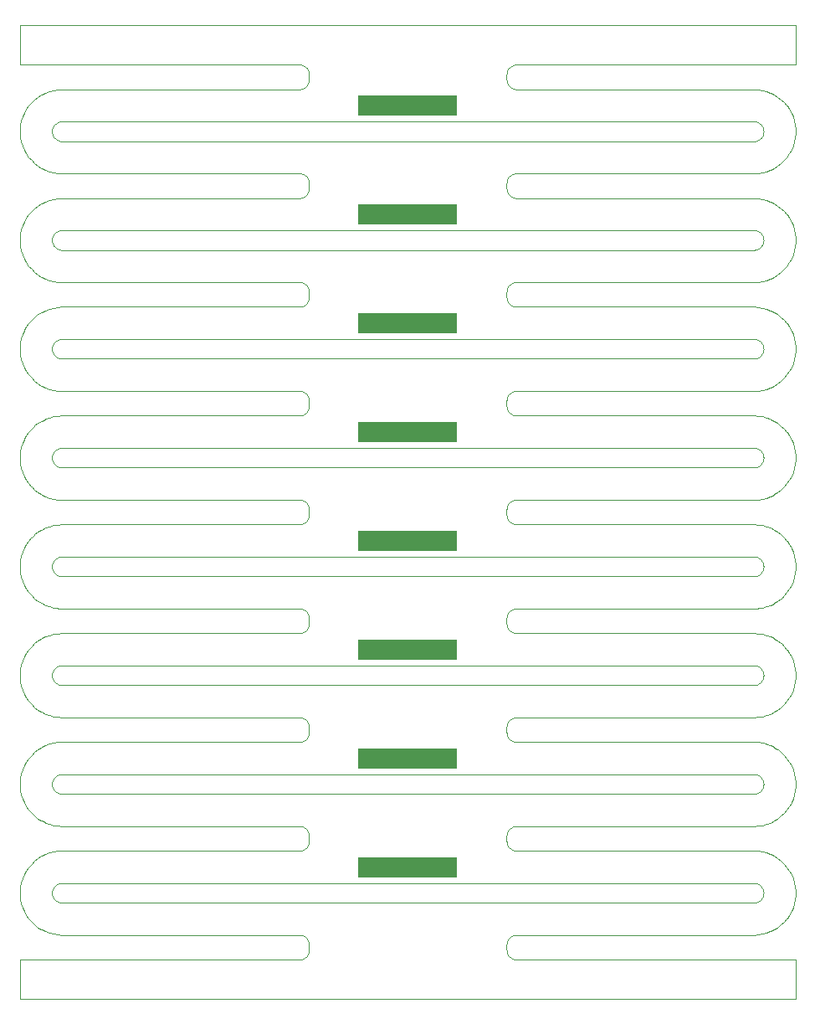
<source format=gbr>
G04 #@! TF.GenerationSoftware,KiCad,Pcbnew,5.1.5+dfsg1-2build2*
G04 #@! TF.CreationDate,2021-10-10T04:01:19+00:00*
G04 #@! TF.ProjectId,bobbin_top_3.5,626f6262-696e-45f7-946f-705f332e352e,rev?*
G04 #@! TF.SameCoordinates,Original*
G04 #@! TF.FileFunction,Paste,Top*
G04 #@! TF.FilePolarity,Positive*
%FSLAX46Y46*%
G04 Gerber Fmt 4.6, Leading zero omitted, Abs format (unit mm)*
G04 Created by KiCad (PCBNEW 5.1.5+dfsg1-2build2) date 2021-10-10 04:01:19*
%MOMM*%
%LPD*%
G04 APERTURE LIST*
G04 #@! TA.AperFunction,Profile*
%ADD10C,0.100000*%
G04 #@! TD*
%ADD11R,10.000000X2.000000*%
G04 APERTURE END LIST*
D10*
X124499900Y-121216000D02*
X124401200Y-121236200D01*
X124596400Y-121185700D02*
X124499900Y-121216000D01*
X124689300Y-121145900D02*
X124596400Y-121185700D01*
X124777600Y-121096800D02*
X124689300Y-121145900D01*
X124860800Y-121038900D02*
X124777600Y-121096800D01*
X124937500Y-120973100D02*
X124860800Y-121038900D01*
X125007100Y-120899800D02*
X124937500Y-120973100D01*
X125069000Y-120819900D02*
X125007100Y-120899800D01*
X125122400Y-120734100D02*
X125069000Y-120819900D01*
X125166900Y-120643400D02*
X125122400Y-120734100D01*
X125202000Y-120548600D02*
X125166900Y-120643400D01*
X125227300Y-120450800D02*
X125202000Y-120548600D01*
X125242600Y-120350800D02*
X125227300Y-120450800D01*
X125247700Y-120249900D02*
X125242600Y-120350800D01*
X125242600Y-120149200D02*
X125247700Y-120249900D01*
X125227300Y-120049300D02*
X125242600Y-120149200D01*
X125202000Y-119951500D02*
X125227300Y-120049300D01*
X125166900Y-119856700D02*
X125202000Y-119951500D01*
X125122400Y-119766000D02*
X125166900Y-119856700D01*
X125069000Y-119680200D02*
X125122400Y-119766000D01*
X125007100Y-119600300D02*
X125069000Y-119680200D01*
X124937300Y-119526800D02*
X125007100Y-119600300D01*
X124860600Y-119461000D02*
X124937300Y-119526800D01*
X124777600Y-119403300D02*
X124860600Y-119461000D01*
X124689300Y-119354200D02*
X124777600Y-119403300D01*
X124596600Y-119314500D02*
X124689300Y-119354200D01*
X124500200Y-119284200D02*
X124596600Y-119314500D01*
X124401200Y-119263900D02*
X124500200Y-119284200D01*
X124300700Y-119253600D02*
X124401200Y-119263900D01*
X124224800Y-119251000D02*
X124300700Y-119253600D01*
X54275500Y-119251000D02*
X124224800Y-119251000D01*
X54199100Y-119253600D02*
X54275500Y-119251000D01*
X54098800Y-119263900D02*
X54199100Y-119253600D01*
X53999800Y-119284200D02*
X54098800Y-119263900D01*
X53903400Y-119314500D02*
X53999800Y-119284200D01*
X53810500Y-119354400D02*
X53903400Y-119314500D01*
X53722100Y-119403400D02*
X53810500Y-119354400D01*
X53639200Y-119461200D02*
X53722100Y-119403400D01*
X53562500Y-119527000D02*
X53639200Y-119461200D01*
X53492900Y-119600300D02*
X53562500Y-119527000D01*
X53431000Y-119680200D02*
X53492900Y-119600300D01*
X53377600Y-119766000D02*
X53431000Y-119680200D01*
X53333100Y-119856700D02*
X53377600Y-119766000D01*
X53298100Y-119951200D02*
X53333100Y-119856700D01*
X53272700Y-120049100D02*
X53298100Y-119951200D01*
X53257400Y-120149000D02*
X53272700Y-120049100D01*
X53252300Y-120249900D02*
X53257400Y-120149000D01*
X53257400Y-120350800D02*
X53252300Y-120249900D01*
X53272700Y-120450800D02*
X53257400Y-120350800D01*
X53298000Y-120548600D02*
X53272700Y-120450800D01*
X53333100Y-120643400D02*
X53298000Y-120548600D01*
X53377600Y-120734100D02*
X53333100Y-120643400D01*
X53431000Y-120819900D02*
X53377600Y-120734100D01*
X53492900Y-120899800D02*
X53431000Y-120819900D01*
X53562500Y-120973100D02*
X53492900Y-120899800D01*
X53639200Y-121038900D02*
X53562500Y-120973100D01*
X53722100Y-121096700D02*
X53639200Y-121038900D01*
X53810500Y-121145700D02*
X53722100Y-121096700D01*
X53903400Y-121185600D02*
X53810500Y-121145700D01*
X53999800Y-121215900D02*
X53903400Y-121185600D01*
X54098800Y-121236200D02*
X53999800Y-121215900D01*
X54199300Y-121246500D02*
X54098800Y-121236200D01*
X54275200Y-121249000D02*
X54199300Y-121246500D01*
X124225000Y-121249000D02*
X54275200Y-121249000D01*
X124300400Y-121246500D02*
X124225000Y-121249000D01*
X124401200Y-121236200D02*
X124300400Y-121246500D01*
X124499900Y-110215900D02*
X124401100Y-110236200D01*
X124596400Y-110185700D02*
X124499900Y-110215900D01*
X124689300Y-110145900D02*
X124596400Y-110185700D01*
X124777600Y-110096800D02*
X124689300Y-110145900D01*
X124860800Y-110038900D02*
X124777600Y-110096800D01*
X124937500Y-109973100D02*
X124860800Y-110038900D01*
X125007100Y-109899800D02*
X124937500Y-109973100D01*
X125069000Y-109819900D02*
X125007100Y-109899800D01*
X125122400Y-109734100D02*
X125069000Y-109819900D01*
X125166900Y-109643400D02*
X125122400Y-109734100D01*
X125202000Y-109548600D02*
X125166900Y-109643400D01*
X125227300Y-109450700D02*
X125202000Y-109548600D01*
X125242600Y-109350800D02*
X125227300Y-109450700D01*
X125247700Y-109249900D02*
X125242600Y-109350800D01*
X125242600Y-109149200D02*
X125247700Y-109249900D01*
X125227300Y-109049300D02*
X125242600Y-109149200D01*
X125202000Y-108951500D02*
X125227300Y-109049300D01*
X125166900Y-108856700D02*
X125202000Y-108951500D01*
X125122400Y-108766000D02*
X125166900Y-108856700D01*
X125069000Y-108680200D02*
X125122400Y-108766000D01*
X125007100Y-108600300D02*
X125069000Y-108680200D01*
X124937300Y-108526800D02*
X125007100Y-108600300D01*
X124860600Y-108461000D02*
X124937300Y-108526800D01*
X124777600Y-108403300D02*
X124860600Y-108461000D01*
X124689300Y-108354200D02*
X124777600Y-108403300D01*
X124596600Y-108314500D02*
X124689300Y-108354200D01*
X124500200Y-108284200D02*
X124596600Y-108314500D01*
X124401200Y-108263900D02*
X124500200Y-108284200D01*
X124300700Y-108253600D02*
X124401200Y-108263900D01*
X124224800Y-108251000D02*
X124300700Y-108253600D01*
X54275400Y-108251000D02*
X124224800Y-108251000D01*
X54199100Y-108253600D02*
X54275400Y-108251000D01*
X54098800Y-108263900D02*
X54199100Y-108253600D01*
X53999800Y-108284200D02*
X54098800Y-108263900D01*
X53903400Y-108314500D02*
X53999800Y-108284200D01*
X53810500Y-108354300D02*
X53903400Y-108314500D01*
X53722100Y-108403400D02*
X53810500Y-108354300D01*
X53639200Y-108461200D02*
X53722100Y-108403400D01*
X53562500Y-108527000D02*
X53639200Y-108461200D01*
X53492900Y-108600300D02*
X53562500Y-108527000D01*
X53431000Y-108680200D02*
X53492900Y-108600300D01*
X53377600Y-108766000D02*
X53431000Y-108680200D01*
X53333100Y-108856700D02*
X53377600Y-108766000D01*
X53298100Y-108951200D02*
X53333100Y-108856700D01*
X53272700Y-109049100D02*
X53298100Y-108951200D01*
X53257400Y-109149000D02*
X53272700Y-109049100D01*
X53252300Y-109249900D02*
X53257400Y-109149000D01*
X53257400Y-109350800D02*
X53252300Y-109249900D01*
X53272700Y-109450700D02*
X53257400Y-109350800D01*
X53298000Y-109548600D02*
X53272700Y-109450700D01*
X53333100Y-109643400D02*
X53298000Y-109548600D01*
X53377600Y-109734100D02*
X53333100Y-109643400D01*
X53431000Y-109819900D02*
X53377600Y-109734100D01*
X53492900Y-109899800D02*
X53431000Y-109819900D01*
X53562500Y-109973100D02*
X53492900Y-109899800D01*
X53639200Y-110038900D02*
X53562500Y-109973100D01*
X53722100Y-110096700D02*
X53639200Y-110038900D01*
X53810500Y-110145700D02*
X53722100Y-110096700D01*
X53903400Y-110185600D02*
X53810500Y-110145700D01*
X53999800Y-110215900D02*
X53903400Y-110185600D01*
X54098800Y-110236200D02*
X53999800Y-110215900D01*
X54199300Y-110246500D02*
X54098800Y-110236200D01*
X54275200Y-110249000D02*
X54199300Y-110246500D01*
X124225000Y-110249000D02*
X54275200Y-110249000D01*
X124300500Y-110246500D02*
X124225000Y-110249000D01*
X124401100Y-110236200D02*
X124300500Y-110246500D01*
X124499900Y-99215900D02*
X124401100Y-99236200D01*
X124596400Y-99185700D02*
X124499900Y-99215900D01*
X124689300Y-99145800D02*
X124596400Y-99185700D01*
X124777600Y-99096800D02*
X124689300Y-99145800D01*
X124860800Y-99038900D02*
X124777600Y-99096800D01*
X124937500Y-98973100D02*
X124860800Y-99038900D01*
X125007100Y-98899800D02*
X124937500Y-98973100D01*
X125069000Y-98819900D02*
X125007100Y-98899800D01*
X125122400Y-98734100D02*
X125069000Y-98819900D01*
X125166900Y-98643400D02*
X125122400Y-98734100D01*
X125202000Y-98548600D02*
X125166900Y-98643400D01*
X125227300Y-98450700D02*
X125202000Y-98548600D01*
X125242600Y-98350800D02*
X125227300Y-98450700D01*
X125247700Y-98249900D02*
X125242600Y-98350800D01*
X125242600Y-98149200D02*
X125247700Y-98249900D01*
X125227300Y-98049300D02*
X125242600Y-98149200D01*
X125202000Y-97951500D02*
X125227300Y-98049300D01*
X125166900Y-97856700D02*
X125202000Y-97951500D01*
X125122400Y-97766000D02*
X125166900Y-97856700D01*
X125069000Y-97680200D02*
X125122400Y-97766000D01*
X125007100Y-97600300D02*
X125069000Y-97680200D01*
X124937300Y-97526800D02*
X125007100Y-97600300D01*
X124860600Y-97461000D02*
X124937300Y-97526800D01*
X124777600Y-97403300D02*
X124860600Y-97461000D01*
X124689300Y-97354200D02*
X124777600Y-97403300D01*
X124596600Y-97314500D02*
X124689300Y-97354200D01*
X124500200Y-97284200D02*
X124596600Y-97314500D01*
X124401200Y-97263800D02*
X124500200Y-97284200D01*
X124300700Y-97253600D02*
X124401200Y-97263800D01*
X124224800Y-97251000D02*
X124300700Y-97253600D01*
X54275400Y-97251000D02*
X124224800Y-97251000D01*
X54199200Y-97253600D02*
X54275400Y-97251000D01*
X54098800Y-97263800D02*
X54199200Y-97253600D01*
X53999800Y-97284200D02*
X54098800Y-97263800D01*
X53903400Y-97314500D02*
X53999800Y-97284200D01*
X53810500Y-97354300D02*
X53903400Y-97314500D01*
X53722100Y-97403400D02*
X53810500Y-97354300D01*
X53639200Y-97461100D02*
X53722100Y-97403400D01*
X53562500Y-97527000D02*
X53639200Y-97461100D01*
X53492900Y-97600300D02*
X53562500Y-97527000D01*
X53431000Y-97680200D02*
X53492900Y-97600300D01*
X53377600Y-97766000D02*
X53431000Y-97680200D01*
X53333100Y-97856700D02*
X53377600Y-97766000D01*
X53298100Y-97951200D02*
X53333100Y-97856700D01*
X53272700Y-98049100D02*
X53298100Y-97951200D01*
X53257400Y-98149000D02*
X53272700Y-98049100D01*
X53252300Y-98249900D02*
X53257400Y-98149000D01*
X53257400Y-98350800D02*
X53252300Y-98249900D01*
X53272700Y-98450700D02*
X53257400Y-98350800D01*
X53298000Y-98548600D02*
X53272700Y-98450700D01*
X53333100Y-98643400D02*
X53298000Y-98548600D01*
X53377600Y-98734100D02*
X53333100Y-98643400D01*
X53431000Y-98819900D02*
X53377600Y-98734100D01*
X53492900Y-98899800D02*
X53431000Y-98819900D01*
X53562500Y-98973100D02*
X53492900Y-98899800D01*
X53639200Y-99038900D02*
X53562500Y-98973100D01*
X53722100Y-99096700D02*
X53639200Y-99038900D01*
X53810500Y-99145700D02*
X53722100Y-99096700D01*
X53903400Y-99185600D02*
X53810500Y-99145700D01*
X53999800Y-99215900D02*
X53903400Y-99185600D01*
X54098800Y-99236200D02*
X53999800Y-99215900D01*
X54199300Y-99246500D02*
X54098800Y-99236200D01*
X54275200Y-99249000D02*
X54199300Y-99246500D01*
X124224900Y-99249000D02*
X54275200Y-99249000D01*
X124300500Y-99246500D02*
X124224900Y-99249000D01*
X124401100Y-99236200D02*
X124300500Y-99246500D01*
X124499900Y-88215900D02*
X124401100Y-88236200D01*
X124596400Y-88185700D02*
X124499900Y-88215900D01*
X124689300Y-88145800D02*
X124596400Y-88185700D01*
X124777600Y-88096800D02*
X124689300Y-88145800D01*
X124860800Y-88038900D02*
X124777600Y-88096800D01*
X124937500Y-87973100D02*
X124860800Y-88038900D01*
X125007100Y-87899800D02*
X124937500Y-87973100D01*
X125069000Y-87819900D02*
X125007100Y-87899800D01*
X125122400Y-87734100D02*
X125069000Y-87819900D01*
X125166900Y-87643400D02*
X125122400Y-87734100D01*
X125202000Y-87548600D02*
X125166900Y-87643400D01*
X125227300Y-87450700D02*
X125202000Y-87548600D01*
X125242600Y-87350800D02*
X125227300Y-87450700D01*
X125247700Y-87249900D02*
X125242600Y-87350800D01*
X125242600Y-87149200D02*
X125247700Y-87249900D01*
X125227300Y-87049300D02*
X125242600Y-87149200D01*
X125202000Y-86951500D02*
X125227300Y-87049300D01*
X125166900Y-86856700D02*
X125202000Y-86951500D01*
X125122400Y-86766000D02*
X125166900Y-86856700D01*
X125069000Y-86680200D02*
X125122400Y-86766000D01*
X125007100Y-86600200D02*
X125069000Y-86680200D01*
X124937300Y-86526800D02*
X125007100Y-86600200D01*
X124860600Y-86461000D02*
X124937300Y-86526800D01*
X124777600Y-86403200D02*
X124860600Y-86461000D01*
X124689300Y-86354200D02*
X124777600Y-86403200D01*
X124596600Y-86314500D02*
X124689300Y-86354200D01*
X124500200Y-86284200D02*
X124596600Y-86314500D01*
X124401200Y-86263800D02*
X124500200Y-86284200D01*
X124300700Y-86253600D02*
X124401200Y-86263800D01*
X124224800Y-86251000D02*
X124300700Y-86253600D01*
X54275400Y-86251000D02*
X124224800Y-86251000D01*
X54199200Y-86253600D02*
X54275400Y-86251000D01*
X54098800Y-86263800D02*
X54199200Y-86253600D01*
X53999800Y-86284200D02*
X54098800Y-86263800D01*
X53903400Y-86314500D02*
X53999800Y-86284200D01*
X53810500Y-86354300D02*
X53903400Y-86314500D01*
X53722100Y-86403400D02*
X53810500Y-86354300D01*
X53639200Y-86461100D02*
X53722100Y-86403400D01*
X53562500Y-86527000D02*
X53639200Y-86461100D01*
X53492900Y-86600200D02*
X53562500Y-86527000D01*
X53431000Y-86680200D02*
X53492900Y-86600200D01*
X53377600Y-86766000D02*
X53431000Y-86680200D01*
X53333100Y-86856700D02*
X53377600Y-86766000D01*
X53298100Y-86951200D02*
X53333100Y-86856700D01*
X53272700Y-87049100D02*
X53298100Y-86951200D01*
X53257400Y-87149000D02*
X53272700Y-87049100D01*
X53252300Y-87249900D02*
X53257400Y-87149000D01*
X53257400Y-87350800D02*
X53252300Y-87249900D01*
X53272700Y-87450700D02*
X53257400Y-87350800D01*
X53298000Y-87548600D02*
X53272700Y-87450700D01*
X53333100Y-87643400D02*
X53298000Y-87548600D01*
X53377600Y-87734100D02*
X53333100Y-87643400D01*
X53431000Y-87819900D02*
X53377600Y-87734100D01*
X53492900Y-87899800D02*
X53431000Y-87819900D01*
X53562500Y-87973100D02*
X53492900Y-87899800D01*
X53639200Y-88038900D02*
X53562500Y-87973100D01*
X53722100Y-88096700D02*
X53639200Y-88038900D01*
X53810500Y-88145700D02*
X53722100Y-88096700D01*
X53903400Y-88185600D02*
X53810500Y-88145700D01*
X53999800Y-88215900D02*
X53903400Y-88185600D01*
X54098800Y-88236200D02*
X53999800Y-88215900D01*
X54199300Y-88246500D02*
X54098800Y-88236200D01*
X54275200Y-88249000D02*
X54199300Y-88246500D01*
X124224900Y-88249000D02*
X54275200Y-88249000D01*
X124300500Y-88246400D02*
X124224900Y-88249000D01*
X124401100Y-88236200D02*
X124300500Y-88246400D01*
X124499900Y-77215900D02*
X124401000Y-77236200D01*
X124596400Y-77185700D02*
X124499900Y-77215900D01*
X124689300Y-77145800D02*
X124596400Y-77185700D01*
X124777600Y-77096800D02*
X124689300Y-77145800D01*
X124860800Y-77038900D02*
X124777600Y-77096800D01*
X124937500Y-76973100D02*
X124860800Y-77038900D01*
X125007100Y-76899800D02*
X124937500Y-76973100D01*
X125069000Y-76819900D02*
X125007100Y-76899800D01*
X125122400Y-76734100D02*
X125069000Y-76819900D01*
X125166900Y-76643300D02*
X125122400Y-76734100D01*
X125202000Y-76548600D02*
X125166900Y-76643300D01*
X125227300Y-76450700D02*
X125202000Y-76548600D01*
X125242600Y-76350800D02*
X125227300Y-76450700D01*
X125247700Y-76249900D02*
X125242600Y-76350800D01*
X125242600Y-76149200D02*
X125247700Y-76249900D01*
X125227300Y-76049300D02*
X125242600Y-76149200D01*
X125202000Y-75951500D02*
X125227300Y-76049300D01*
X125166900Y-75856700D02*
X125202000Y-75951500D01*
X125122400Y-75765900D02*
X125166900Y-75856700D01*
X125069000Y-75680200D02*
X125122400Y-75765900D01*
X125007100Y-75600200D02*
X125069000Y-75680200D01*
X124937300Y-75526800D02*
X125007100Y-75600200D01*
X124860600Y-75461000D02*
X124937300Y-75526800D01*
X124777600Y-75403200D02*
X124860600Y-75461000D01*
X124689300Y-75354200D02*
X124777600Y-75403200D01*
X124596600Y-75314500D02*
X124689300Y-75354200D01*
X124500200Y-75284200D02*
X124596600Y-75314500D01*
X124401200Y-75263800D02*
X124500200Y-75284200D01*
X124300700Y-75253600D02*
X124401200Y-75263800D01*
X124224800Y-75251000D02*
X124300700Y-75253600D01*
X54275300Y-75251000D02*
X124224800Y-75251000D01*
X54199200Y-75253600D02*
X54275300Y-75251000D01*
X54098800Y-75263800D02*
X54199200Y-75253600D01*
X53999800Y-75284200D02*
X54098800Y-75263800D01*
X53903400Y-75314500D02*
X53999800Y-75284200D01*
X53810500Y-75354300D02*
X53903400Y-75314500D01*
X53722100Y-75403400D02*
X53810500Y-75354300D01*
X53639200Y-75461100D02*
X53722100Y-75403400D01*
X53562500Y-75527000D02*
X53639200Y-75461100D01*
X53492900Y-75600200D02*
X53562500Y-75527000D01*
X53431000Y-75680200D02*
X53492900Y-75600200D01*
X53377600Y-75765900D02*
X53431000Y-75680200D01*
X53333100Y-75856700D02*
X53377600Y-75765900D01*
X53298100Y-75951200D02*
X53333100Y-75856700D01*
X53272700Y-76049000D02*
X53298100Y-75951200D01*
X53257400Y-76148900D02*
X53272700Y-76049000D01*
X53252300Y-76249900D02*
X53257400Y-76148900D01*
X53257400Y-76350800D02*
X53252300Y-76249900D01*
X53272700Y-76450700D02*
X53257400Y-76350800D01*
X53298000Y-76548600D02*
X53272700Y-76450700D01*
X53333100Y-76643300D02*
X53298000Y-76548600D01*
X53377600Y-76734100D02*
X53333100Y-76643300D01*
X53431000Y-76819900D02*
X53377600Y-76734100D01*
X53492900Y-76899800D02*
X53431000Y-76819900D01*
X53562500Y-76973100D02*
X53492900Y-76899800D01*
X53639200Y-77038900D02*
X53562500Y-76973100D01*
X53722100Y-77096700D02*
X53639200Y-77038900D01*
X53810500Y-77145700D02*
X53722100Y-77096700D01*
X53903400Y-77185600D02*
X53810500Y-77145700D01*
X53999800Y-77215800D02*
X53903400Y-77185600D01*
X54098800Y-77236200D02*
X53999800Y-77215800D01*
X54199300Y-77246400D02*
X54098800Y-77236200D01*
X54275200Y-77249000D02*
X54199300Y-77246400D01*
X124224800Y-77249000D02*
X54275200Y-77249000D01*
X124300600Y-77246400D02*
X124224800Y-77249000D01*
X124401000Y-77236200D02*
X124300600Y-77246400D01*
X124499900Y-66215900D02*
X124401000Y-66236200D01*
X124596400Y-66185700D02*
X124499900Y-66215900D01*
X124689300Y-66145800D02*
X124596400Y-66185700D01*
X124777600Y-66096800D02*
X124689300Y-66145800D01*
X124860600Y-66039100D02*
X124777600Y-66096800D01*
X124937300Y-65973200D02*
X124860600Y-66039100D01*
X125007100Y-65899800D02*
X124937300Y-65973200D01*
X125069000Y-65819900D02*
X125007100Y-65899800D01*
X125122300Y-65734300D02*
X125069000Y-65819900D01*
X125166800Y-65643600D02*
X125122300Y-65734300D01*
X125201900Y-65548800D02*
X125166800Y-65643600D01*
X125227300Y-65451000D02*
X125201900Y-65548800D01*
X125242600Y-65351100D02*
X125227300Y-65451000D01*
X125247700Y-65250100D02*
X125242600Y-65351100D01*
X125242600Y-65149200D02*
X125247700Y-65250100D01*
X125227300Y-65049300D02*
X125242600Y-65149200D01*
X125202000Y-64951500D02*
X125227300Y-65049300D01*
X125166900Y-64856700D02*
X125202000Y-64951500D01*
X125122400Y-64765900D02*
X125166900Y-64856700D01*
X125069000Y-64680200D02*
X125122400Y-64765900D01*
X125007100Y-64600200D02*
X125069000Y-64680200D01*
X124937300Y-64526800D02*
X125007100Y-64600200D01*
X124860600Y-64461000D02*
X124937300Y-64526800D01*
X124777900Y-64403400D02*
X124860600Y-64461000D01*
X124689500Y-64354300D02*
X124777900Y-64403400D01*
X124596600Y-64314400D02*
X124689500Y-64354300D01*
X124500200Y-64284200D02*
X124596600Y-64314400D01*
X124401200Y-64263800D02*
X124500200Y-64284200D01*
X124300700Y-64253600D02*
X124401200Y-64263800D01*
X124224800Y-64251000D02*
X124300700Y-64253600D01*
X54275300Y-64251000D02*
X124224800Y-64251000D01*
X54199300Y-64253600D02*
X54275300Y-64251000D01*
X54098800Y-64263800D02*
X54199300Y-64253600D01*
X53999800Y-64284200D02*
X54098800Y-64263800D01*
X53903400Y-64314400D02*
X53999800Y-64284200D01*
X53810500Y-64354300D02*
X53903400Y-64314400D01*
X53722100Y-64403400D02*
X53810500Y-64354300D01*
X53639200Y-64461100D02*
X53722100Y-64403400D01*
X53562500Y-64527000D02*
X53639200Y-64461100D01*
X53492900Y-64600200D02*
X53562500Y-64527000D01*
X53431000Y-64680200D02*
X53492900Y-64600200D01*
X53377600Y-64765900D02*
X53431000Y-64680200D01*
X53333100Y-64856700D02*
X53377600Y-64765900D01*
X53298000Y-64951500D02*
X53333100Y-64856700D01*
X53272700Y-65049000D02*
X53298000Y-64951500D01*
X53257400Y-65148900D02*
X53272700Y-65049000D01*
X53252300Y-65249900D02*
X53257400Y-65148900D01*
X53257400Y-65350800D02*
X53252300Y-65249900D01*
X53272700Y-65450700D02*
X53257400Y-65350800D01*
X53298000Y-65548600D02*
X53272700Y-65450700D01*
X53333100Y-65643300D02*
X53298000Y-65548600D01*
X53377600Y-65734100D02*
X53333100Y-65643300D01*
X53431000Y-65819900D02*
X53377600Y-65734100D01*
X53492900Y-65899800D02*
X53431000Y-65819900D01*
X53562500Y-65973100D02*
X53492900Y-65899800D01*
X53639200Y-66038900D02*
X53562500Y-65973100D01*
X53722100Y-66096600D02*
X53639200Y-66038900D01*
X53810500Y-66145700D02*
X53722100Y-66096600D01*
X53903400Y-66185600D02*
X53810500Y-66145700D01*
X53999800Y-66215800D02*
X53903400Y-66185600D01*
X54098800Y-66236200D02*
X53999800Y-66215800D01*
X54199300Y-66246400D02*
X54098800Y-66236200D01*
X54275200Y-66249000D02*
X54199300Y-66246400D01*
X124224800Y-66249000D02*
X54275200Y-66249000D01*
X124300600Y-66246400D02*
X124224800Y-66249000D01*
X124401000Y-66236200D02*
X124300600Y-66246400D01*
X124499900Y-55215900D02*
X124401000Y-55236200D01*
X124596400Y-55185700D02*
X124499900Y-55215900D01*
X124689300Y-55145800D02*
X124596400Y-55185700D01*
X124777600Y-55096800D02*
X124689300Y-55145800D01*
X124860600Y-55039100D02*
X124777600Y-55096800D01*
X124937300Y-54973200D02*
X124860600Y-55039100D01*
X125007100Y-54899800D02*
X124937300Y-54973200D01*
X125069000Y-54819900D02*
X125007100Y-54899800D01*
X125122300Y-54734300D02*
X125069000Y-54819900D01*
X125166800Y-54643600D02*
X125122300Y-54734300D01*
X125201900Y-54548800D02*
X125166800Y-54643600D01*
X125227300Y-54451000D02*
X125201900Y-54548800D01*
X125242600Y-54351100D02*
X125227300Y-54451000D01*
X125247700Y-54250100D02*
X125242600Y-54351100D01*
X125242600Y-54149200D02*
X125247700Y-54250100D01*
X125227300Y-54049300D02*
X125242600Y-54149200D01*
X125202000Y-53951500D02*
X125227300Y-54049300D01*
X125166900Y-53856700D02*
X125202000Y-53951500D01*
X125122400Y-53765900D02*
X125166900Y-53856700D01*
X125069000Y-53680200D02*
X125122400Y-53765900D01*
X125007100Y-53600200D02*
X125069000Y-53680200D01*
X124937300Y-53526800D02*
X125007100Y-53600200D01*
X124860600Y-53460900D02*
X124937300Y-53526800D01*
X124777900Y-53403400D02*
X124860600Y-53460900D01*
X124689500Y-53354300D02*
X124777900Y-53403400D01*
X124596600Y-53314400D02*
X124689500Y-53354300D01*
X124500200Y-53284200D02*
X124596600Y-53314400D01*
X124401200Y-53263800D02*
X124500200Y-53284200D01*
X124300700Y-53253600D02*
X124401200Y-53263800D01*
X124224800Y-53251000D02*
X124300700Y-53253600D01*
X54275200Y-53251000D02*
X124224800Y-53251000D01*
X54199300Y-53253600D02*
X54275200Y-53251000D01*
X54098800Y-53263800D02*
X54199300Y-53253600D01*
X53999800Y-53284200D02*
X54098800Y-53263800D01*
X53903400Y-53314400D02*
X53999800Y-53284200D01*
X53810500Y-53354300D02*
X53903400Y-53314400D01*
X53722100Y-53403400D02*
X53810500Y-53354300D01*
X53639200Y-53461100D02*
X53722100Y-53403400D01*
X53562500Y-53527000D02*
X53639200Y-53461100D01*
X53492900Y-53600200D02*
X53562500Y-53527000D01*
X53431000Y-53680200D02*
X53492900Y-53600200D01*
X53377600Y-53765900D02*
X53431000Y-53680200D01*
X53333100Y-53856700D02*
X53377600Y-53765900D01*
X53298000Y-53951500D02*
X53333100Y-53856700D01*
X53272700Y-54049000D02*
X53298000Y-53951500D01*
X53257400Y-54148900D02*
X53272700Y-54049000D01*
X53252300Y-54249900D02*
X53257400Y-54148900D01*
X53257400Y-54350800D02*
X53252300Y-54249900D01*
X53272700Y-54450700D02*
X53257400Y-54350800D01*
X53298000Y-54548500D02*
X53272700Y-54450700D01*
X53333100Y-54643300D02*
X53298000Y-54548500D01*
X53377600Y-54734100D02*
X53333100Y-54643300D01*
X53431000Y-54819900D02*
X53377600Y-54734100D01*
X53492900Y-54899800D02*
X53431000Y-54819900D01*
X53562500Y-54973000D02*
X53492900Y-54899800D01*
X53639200Y-55038900D02*
X53562500Y-54973000D01*
X53722100Y-55096600D02*
X53639200Y-55038900D01*
X53810500Y-55145700D02*
X53722100Y-55096600D01*
X53903400Y-55185600D02*
X53810500Y-55145700D01*
X53999800Y-55215800D02*
X53903400Y-55185600D01*
X54098800Y-55236200D02*
X53999800Y-55215800D01*
X54199300Y-55246400D02*
X54098800Y-55236200D01*
X54275200Y-55249000D02*
X54199300Y-55246400D01*
X124224800Y-55249000D02*
X54275200Y-55249000D01*
X124300700Y-55246400D02*
X124224800Y-55249000D01*
X124401000Y-55236200D02*
X124300700Y-55246400D01*
X124500200Y-132215900D02*
X124400700Y-132236300D01*
X124596600Y-132185600D02*
X124500200Y-132215900D01*
X124689500Y-132145800D02*
X124596600Y-132185600D01*
X124777900Y-132096700D02*
X124689500Y-132145800D01*
X124860800Y-132038900D02*
X124777900Y-132096700D01*
X124937500Y-131973100D02*
X124860800Y-132038900D01*
X125007100Y-131899800D02*
X124937500Y-131973100D01*
X125069000Y-131819900D02*
X125007100Y-131899800D01*
X125122400Y-131734100D02*
X125069000Y-131819900D01*
X125166900Y-131643400D02*
X125122400Y-131734100D01*
X125202000Y-131548600D02*
X125166900Y-131643400D01*
X125227300Y-131450800D02*
X125202000Y-131548600D01*
X125242600Y-131350900D02*
X125227300Y-131450800D01*
X125247700Y-131249900D02*
X125242600Y-131350900D01*
X125242600Y-131149300D02*
X125247700Y-131249900D01*
X125227300Y-131049400D02*
X125242600Y-131149300D01*
X125202000Y-130951500D02*
X125227300Y-131049400D01*
X125166900Y-130856700D02*
X125202000Y-130951500D01*
X125122400Y-130766000D02*
X125166900Y-130856700D01*
X125069000Y-130680200D02*
X125122400Y-130766000D01*
X125007100Y-130600300D02*
X125069000Y-130680200D01*
X124937300Y-130526800D02*
X125007100Y-130600300D01*
X124860600Y-130461000D02*
X124937300Y-130526800D01*
X124777600Y-130403300D02*
X124860600Y-130461000D01*
X124689300Y-130354200D02*
X124777600Y-130403300D01*
X124596600Y-130314500D02*
X124689300Y-130354200D01*
X124500200Y-130284200D02*
X124596600Y-130314500D01*
X124401200Y-130263900D02*
X124500200Y-130284200D01*
X124300700Y-130253600D02*
X124401200Y-130263900D01*
X124224800Y-130251100D02*
X124300700Y-130253600D01*
X54275000Y-130251100D02*
X124224800Y-130251100D01*
X54199500Y-130253600D02*
X54275000Y-130251100D01*
X54098800Y-130263900D02*
X54199500Y-130253600D01*
X53999800Y-130284200D02*
X54098800Y-130263900D01*
X53903400Y-130314500D02*
X53999800Y-130284200D01*
X53810500Y-130354400D02*
X53903400Y-130314500D01*
X53722100Y-130403400D02*
X53810500Y-130354400D01*
X53639200Y-130461200D02*
X53722100Y-130403400D01*
X53562500Y-130527000D02*
X53639200Y-130461200D01*
X53492900Y-130600300D02*
X53562500Y-130527000D01*
X53431000Y-130680200D02*
X53492900Y-130600300D01*
X53377600Y-130766000D02*
X53431000Y-130680200D01*
X53333100Y-130856700D02*
X53377600Y-130766000D01*
X53298100Y-130951200D02*
X53333100Y-130856700D01*
X53272700Y-131049100D02*
X53298100Y-130951200D01*
X53257400Y-131149000D02*
X53272700Y-131049100D01*
X53252300Y-131249900D02*
X53257400Y-131149000D01*
X53257400Y-131350900D02*
X53252300Y-131249900D01*
X53272700Y-131450800D02*
X53257400Y-131350900D01*
X53298000Y-131548600D02*
X53272700Y-131450800D01*
X53333100Y-131643400D02*
X53298000Y-131548600D01*
X53377600Y-131734100D02*
X53333100Y-131643400D01*
X53431000Y-131819900D02*
X53377600Y-131734100D01*
X53492900Y-131899800D02*
X53431000Y-131819900D01*
X53562500Y-131973100D02*
X53492900Y-131899800D01*
X53639200Y-132038900D02*
X53562500Y-131973100D01*
X53722100Y-132096700D02*
X53639200Y-132038900D01*
X53810500Y-132145800D02*
X53722100Y-132096700D01*
X53903400Y-132185600D02*
X53810500Y-132145800D01*
X53999800Y-132215900D02*
X53903400Y-132185600D01*
X54098800Y-132236200D02*
X53999800Y-132215900D01*
X54199300Y-132246500D02*
X54098800Y-132236200D01*
X54275200Y-132249100D02*
X54199300Y-132246500D01*
X124224500Y-132249100D02*
X54275200Y-132249100D01*
X124300900Y-132246500D02*
X124224500Y-132249100D01*
X124400700Y-132236300D02*
X124300900Y-132246500D01*
X128471000Y-43499000D02*
X50014600Y-43499700D01*
X128487300Y-43500000D02*
X128471000Y-43499000D01*
X128492900Y-43503700D02*
X128487300Y-43500000D01*
X128494800Y-43508200D02*
X128492900Y-43503700D01*
X128495500Y-43523500D02*
X128494800Y-43508200D01*
X128495500Y-47475500D02*
X128495500Y-43523500D01*
X128494300Y-47492700D02*
X128495500Y-47475500D01*
X128490800Y-47497400D02*
X128494300Y-47492700D01*
X128486300Y-47499200D02*
X128490800Y-47497400D01*
X100241200Y-47500000D02*
X128486300Y-47499200D01*
X100144000Y-47504800D02*
X100241200Y-47500000D01*
X100047900Y-47519000D02*
X100144000Y-47504800D01*
X99953600Y-47542600D02*
X100047900Y-47519000D01*
X99862200Y-47575400D02*
X99953600Y-47542600D01*
X99774300Y-47616900D02*
X99862200Y-47575400D01*
X99691000Y-47666900D02*
X99774300Y-47616900D01*
X99613000Y-47724700D02*
X99691000Y-47666900D01*
X99541000Y-47790000D02*
X99613000Y-47724700D01*
X99475700Y-47862000D02*
X99541000Y-47790000D01*
X99417900Y-47940000D02*
X99475700Y-47862000D01*
X99367900Y-48023300D02*
X99417900Y-47940000D01*
X99326400Y-48111100D02*
X99367900Y-48023300D01*
X99293600Y-48202600D02*
X99326400Y-48111100D01*
X99270000Y-48296900D02*
X99293600Y-48202600D01*
X99255800Y-48393000D02*
X99270000Y-48296900D01*
X99251000Y-48490200D02*
X99255800Y-48393000D01*
X99251000Y-49008800D02*
X99251000Y-48490200D01*
X99255800Y-49106000D02*
X99251000Y-49008800D01*
X99270000Y-49202100D02*
X99255800Y-49106000D01*
X99293600Y-49296400D02*
X99270000Y-49202100D01*
X99326400Y-49387900D02*
X99293600Y-49296400D01*
X99367900Y-49475700D02*
X99326400Y-49387900D01*
X99417900Y-49559000D02*
X99367900Y-49475700D01*
X99475700Y-49637000D02*
X99417900Y-49559000D01*
X99541000Y-49709000D02*
X99475700Y-49637000D01*
X99613000Y-49774300D02*
X99541000Y-49709000D01*
X99691000Y-49832100D02*
X99613000Y-49774300D01*
X99774300Y-49882100D02*
X99691000Y-49832100D01*
X99862200Y-49923600D02*
X99774300Y-49882100D01*
X99953600Y-49956400D02*
X99862200Y-49923600D01*
X100047900Y-49980000D02*
X99953600Y-49956400D01*
X100144000Y-49994200D02*
X100047900Y-49980000D01*
X100241200Y-49999000D02*
X100144000Y-49994200D01*
X124243700Y-49999000D02*
X100241200Y-49999000D01*
X124679800Y-50021100D02*
X124243700Y-49999000D01*
X125105400Y-50086300D02*
X124679800Y-50021100D01*
X125522300Y-50194200D02*
X125105400Y-50086300D01*
X125914500Y-50339100D02*
X125522300Y-50194200D01*
X125937800Y-50349100D02*
X125914500Y-50339100D01*
X126301600Y-50527500D02*
X125937800Y-50349100D01*
X126323800Y-50539900D02*
X126301600Y-50527500D01*
X126678500Y-50761400D02*
X126323800Y-50539900D01*
X127018600Y-51024600D02*
X126678500Y-50761400D01*
X127330700Y-51321300D02*
X127018600Y-51024600D01*
X127603300Y-51638300D02*
X127330700Y-51321300D01*
X127618900Y-51658400D02*
X127603300Y-51638300D01*
X127850300Y-51990900D02*
X127618900Y-51658400D01*
X127863800Y-52012500D02*
X127850300Y-51990900D01*
X128066400Y-52378300D02*
X127863800Y-52012500D01*
X128236000Y-52773500D02*
X128066400Y-52378300D01*
X128364900Y-53184300D02*
X128236000Y-52773500D01*
X128449400Y-53593800D02*
X128364900Y-53184300D01*
X128453300Y-53618900D02*
X128449400Y-53593800D01*
X128494300Y-54022000D02*
X128453300Y-53618900D01*
X128495500Y-54047400D02*
X128494300Y-54022000D01*
X128495200Y-54465600D02*
X128495500Y-54047400D01*
X128451700Y-54893400D02*
X128495200Y-54465600D01*
X128365000Y-55315200D02*
X128451700Y-54893400D01*
X128240200Y-55714200D02*
X128365000Y-55315200D01*
X128231400Y-55738100D02*
X128240200Y-55714200D01*
X128071600Y-56110400D02*
X128231400Y-55738100D01*
X128060400Y-56133200D02*
X128071600Y-56110400D01*
X127857200Y-56498700D02*
X128060400Y-56133200D01*
X127611200Y-56852100D02*
X127857200Y-56498700D01*
X127331000Y-57178400D02*
X127611200Y-56852100D01*
X127018900Y-57475100D02*
X127331000Y-57178400D01*
X126678500Y-57738700D02*
X127018900Y-57475100D01*
X126323800Y-57960100D02*
X126678500Y-57738700D01*
X126301600Y-57972500D02*
X126323800Y-57960100D01*
X125937900Y-58150900D02*
X126301600Y-57972500D01*
X125914500Y-58160900D02*
X125937900Y-58150900D01*
X125522200Y-58305800D02*
X125914500Y-58160900D01*
X125118100Y-58410800D02*
X125522200Y-58305800D01*
X125093400Y-58415900D02*
X125118100Y-58410800D01*
X124679800Y-58478900D02*
X125093400Y-58415900D01*
X124243700Y-58501000D02*
X124679800Y-58478900D01*
X100241200Y-58501000D02*
X124243700Y-58501000D01*
X100144000Y-58505800D02*
X100241200Y-58501000D01*
X100047900Y-58520000D02*
X100144000Y-58505800D01*
X99953600Y-58543600D02*
X100047900Y-58520000D01*
X99862200Y-58576400D02*
X99953600Y-58543600D01*
X99774300Y-58617900D02*
X99862200Y-58576400D01*
X99691000Y-58667900D02*
X99774300Y-58617900D01*
X99613000Y-58725700D02*
X99691000Y-58667900D01*
X99541000Y-58791000D02*
X99613000Y-58725700D01*
X99475700Y-58863000D02*
X99541000Y-58791000D01*
X99417900Y-58941000D02*
X99475700Y-58863000D01*
X99367900Y-59024300D02*
X99417900Y-58941000D01*
X99326400Y-59112100D02*
X99367900Y-59024300D01*
X99293600Y-59203600D02*
X99326400Y-59112100D01*
X99270000Y-59297900D02*
X99293600Y-59203600D01*
X99255800Y-59394000D02*
X99270000Y-59297900D01*
X99251000Y-59491200D02*
X99255800Y-59394000D01*
X99251000Y-60008800D02*
X99251000Y-59491200D01*
X99255800Y-60106000D02*
X99251000Y-60008800D01*
X99270000Y-60202100D02*
X99255800Y-60106000D01*
X99293600Y-60296400D02*
X99270000Y-60202100D01*
X99326400Y-60387900D02*
X99293600Y-60296400D01*
X99367900Y-60475700D02*
X99326400Y-60387900D01*
X99417900Y-60559000D02*
X99367900Y-60475700D01*
X99475700Y-60637000D02*
X99417900Y-60559000D01*
X99541000Y-60709000D02*
X99475700Y-60637000D01*
X99613000Y-60774300D02*
X99541000Y-60709000D01*
X99691000Y-60832200D02*
X99613000Y-60774300D01*
X99774300Y-60882100D02*
X99691000Y-60832200D01*
X99862200Y-60923600D02*
X99774300Y-60882100D01*
X99953600Y-60956400D02*
X99862200Y-60923600D01*
X100047900Y-60980000D02*
X99953600Y-60956400D01*
X100144000Y-60994200D02*
X100047900Y-60980000D01*
X100241200Y-60999000D02*
X100144000Y-60994200D01*
X124243700Y-60999000D02*
X100241200Y-60999000D01*
X124679800Y-61021100D02*
X124243700Y-60999000D01*
X125105400Y-61086300D02*
X124679800Y-61021100D01*
X125522300Y-61194200D02*
X125105400Y-61086300D01*
X125914500Y-61339100D02*
X125522300Y-61194200D01*
X125937800Y-61349100D02*
X125914500Y-61339100D01*
X126301600Y-61527500D02*
X125937800Y-61349100D01*
X126323800Y-61539900D02*
X126301600Y-61527500D01*
X126678500Y-61761400D02*
X126323800Y-61539900D01*
X127018600Y-62024600D02*
X126678500Y-61761400D01*
X127330700Y-62321300D02*
X127018600Y-62024600D01*
X127603300Y-62638300D02*
X127330700Y-62321300D01*
X127618900Y-62658400D02*
X127603300Y-62638300D01*
X127850300Y-62990900D02*
X127618900Y-62658400D01*
X127863800Y-63012500D02*
X127850300Y-62990900D01*
X128066400Y-63378300D02*
X127863800Y-63012500D01*
X128236000Y-63773500D02*
X128066400Y-63378300D01*
X128364900Y-64184300D02*
X128236000Y-63773500D01*
X128449400Y-64593800D02*
X128364900Y-64184300D01*
X128453300Y-64618900D02*
X128449400Y-64593800D01*
X128494300Y-65022000D02*
X128453300Y-64618900D01*
X128495500Y-65047400D02*
X128494300Y-65022000D01*
X128495200Y-65465600D02*
X128495500Y-65047400D01*
X128451700Y-65893500D02*
X128495200Y-65465600D01*
X128365000Y-66315200D02*
X128451700Y-65893500D01*
X128240200Y-66714200D02*
X128365000Y-66315200D01*
X128231400Y-66738100D02*
X128240200Y-66714200D01*
X128071600Y-67110400D02*
X128231400Y-66738100D01*
X128060400Y-67133200D02*
X128071600Y-67110400D01*
X127857200Y-67498700D02*
X128060400Y-67133200D01*
X127611200Y-67852100D02*
X127857200Y-67498700D01*
X127331000Y-68178400D02*
X127611200Y-67852100D01*
X127018900Y-68475100D02*
X127331000Y-68178400D01*
X126678500Y-68738700D02*
X127018900Y-68475100D01*
X126323800Y-68960100D02*
X126678500Y-68738700D01*
X126301600Y-68972500D02*
X126323800Y-68960100D01*
X125937900Y-69150900D02*
X126301600Y-68972500D01*
X125914500Y-69160900D02*
X125937900Y-69150900D01*
X125522200Y-69305800D02*
X125914500Y-69160900D01*
X125118100Y-69410800D02*
X125522200Y-69305800D01*
X125093400Y-69415900D02*
X125118100Y-69410800D01*
X124679800Y-69478900D02*
X125093400Y-69415900D01*
X124243700Y-69501000D02*
X124679800Y-69478900D01*
X100241200Y-69501000D02*
X124243700Y-69501000D01*
X100144000Y-69505800D02*
X100241200Y-69501000D01*
X100047900Y-69520000D02*
X100144000Y-69505800D01*
X99953600Y-69543600D02*
X100047900Y-69520000D01*
X99862200Y-69576400D02*
X99953600Y-69543600D01*
X99774300Y-69617900D02*
X99862200Y-69576400D01*
X99691000Y-69667900D02*
X99774300Y-69617900D01*
X99613000Y-69725700D02*
X99691000Y-69667900D01*
X99541000Y-69791000D02*
X99613000Y-69725700D01*
X99475700Y-69863000D02*
X99541000Y-69791000D01*
X99417900Y-69941000D02*
X99475700Y-69863000D01*
X99367900Y-70024300D02*
X99417900Y-69941000D01*
X99326400Y-70112200D02*
X99367900Y-70024300D01*
X99293600Y-70203600D02*
X99326400Y-70112200D01*
X99270000Y-70297900D02*
X99293600Y-70203600D01*
X99255800Y-70394000D02*
X99270000Y-70297900D01*
X99251000Y-70491200D02*
X99255800Y-70394000D01*
X99251000Y-71008800D02*
X99251000Y-70491200D01*
X99255800Y-71106000D02*
X99251000Y-71008800D01*
X99270000Y-71202100D02*
X99255800Y-71106000D01*
X99293600Y-71296400D02*
X99270000Y-71202100D01*
X99326400Y-71387900D02*
X99293600Y-71296400D01*
X99367900Y-71475700D02*
X99326400Y-71387900D01*
X99417900Y-71559000D02*
X99367900Y-71475700D01*
X99475700Y-71637100D02*
X99417900Y-71559000D01*
X99541000Y-71709000D02*
X99475700Y-71637100D01*
X99613000Y-71774300D02*
X99541000Y-71709000D01*
X99691000Y-71832200D02*
X99613000Y-71774300D01*
X99774300Y-71882100D02*
X99691000Y-71832200D01*
X99862200Y-71923600D02*
X99774300Y-71882100D01*
X99953600Y-71956400D02*
X99862200Y-71923600D01*
X100047900Y-71980000D02*
X99953600Y-71956400D01*
X100144000Y-71994200D02*
X100047900Y-71980000D01*
X100241200Y-71999000D02*
X100144000Y-71994200D01*
X124243700Y-71999000D02*
X100241200Y-71999000D01*
X124679800Y-72021100D02*
X124243700Y-71999000D01*
X125105400Y-72086300D02*
X124679800Y-72021100D01*
X125522300Y-72194200D02*
X125105400Y-72086300D01*
X125914500Y-72339100D02*
X125522300Y-72194200D01*
X125937800Y-72349100D02*
X125914500Y-72339100D01*
X126301600Y-72527600D02*
X125937800Y-72349100D01*
X126323800Y-72539900D02*
X126301600Y-72527600D01*
X126678500Y-72761400D02*
X126323800Y-72539900D01*
X127018600Y-73024600D02*
X126678500Y-72761400D01*
X127330700Y-73321300D02*
X127018600Y-73024600D01*
X127603300Y-73638300D02*
X127330700Y-73321300D01*
X127618900Y-73658400D02*
X127603300Y-73638300D01*
X127850300Y-73990900D02*
X127618900Y-73658400D01*
X127863800Y-74012500D02*
X127850300Y-73990900D01*
X128066400Y-74378300D02*
X127863800Y-74012500D01*
X128236000Y-74773500D02*
X128066400Y-74378300D01*
X128364900Y-75184400D02*
X128236000Y-74773500D01*
X128449400Y-75593800D02*
X128364900Y-75184400D01*
X128453300Y-75619000D02*
X128449400Y-75593800D01*
X128494300Y-76022000D02*
X128453300Y-75619000D01*
X128495500Y-76047400D02*
X128494300Y-76022000D01*
X128495200Y-76465600D02*
X128495500Y-76047400D01*
X128451700Y-76893500D02*
X128495200Y-76465600D01*
X128365000Y-77315200D02*
X128451700Y-76893500D01*
X128240200Y-77714300D02*
X128365000Y-77315200D01*
X128231400Y-77738100D02*
X128240200Y-77714300D01*
X128071600Y-78110400D02*
X128231400Y-77738100D01*
X128060400Y-78133300D02*
X128071600Y-78110400D01*
X127857200Y-78498700D02*
X128060400Y-78133300D01*
X127611200Y-78852100D02*
X127857200Y-78498700D01*
X127331000Y-79178400D02*
X127611200Y-78852100D01*
X127018900Y-79475100D02*
X127331000Y-79178400D01*
X126678500Y-79738700D02*
X127018900Y-79475100D01*
X126323800Y-79960100D02*
X126678500Y-79738700D01*
X126301600Y-79972500D02*
X126323800Y-79960100D01*
X125937900Y-80150900D02*
X126301600Y-79972500D01*
X125914500Y-80160900D02*
X125937900Y-80150900D01*
X125522200Y-80305800D02*
X125914500Y-80160900D01*
X125118100Y-80410800D02*
X125522200Y-80305800D01*
X125093400Y-80415900D02*
X125118100Y-80410800D01*
X124679800Y-80478900D02*
X125093400Y-80415900D01*
X124243700Y-80501000D02*
X124679800Y-80478900D01*
X100241200Y-80501000D02*
X124243700Y-80501000D01*
X100144000Y-80505800D02*
X100241200Y-80501000D01*
X100047900Y-80520000D02*
X100144000Y-80505800D01*
X99953600Y-80543600D02*
X100047900Y-80520000D01*
X99862200Y-80576400D02*
X99953600Y-80543600D01*
X99774300Y-80617900D02*
X99862200Y-80576400D01*
X99691000Y-80667900D02*
X99774300Y-80617900D01*
X99613000Y-80725700D02*
X99691000Y-80667900D01*
X99541000Y-80791000D02*
X99613000Y-80725700D01*
X99475700Y-80863000D02*
X99541000Y-80791000D01*
X99417900Y-80941000D02*
X99475700Y-80863000D01*
X99367900Y-81024300D02*
X99417900Y-80941000D01*
X99326400Y-81112200D02*
X99367900Y-81024300D01*
X99293600Y-81203600D02*
X99326400Y-81112200D01*
X99270000Y-81297900D02*
X99293600Y-81203600D01*
X99255800Y-81394000D02*
X99270000Y-81297900D01*
X99251000Y-81491300D02*
X99255800Y-81394000D01*
X99251000Y-82008800D02*
X99251000Y-81491300D01*
X99255800Y-82106100D02*
X99251000Y-82008800D01*
X99270000Y-82202200D02*
X99255800Y-82106100D01*
X99293600Y-82296400D02*
X99270000Y-82202200D01*
X99326400Y-82387900D02*
X99293600Y-82296400D01*
X99367900Y-82475700D02*
X99326400Y-82387900D01*
X99417900Y-82559000D02*
X99367900Y-82475700D01*
X99475700Y-82637100D02*
X99417900Y-82559000D01*
X99541000Y-82709000D02*
X99475700Y-82637100D01*
X99613000Y-82774300D02*
X99541000Y-82709000D01*
X99691000Y-82832200D02*
X99613000Y-82774300D01*
X99774300Y-82882100D02*
X99691000Y-82832200D01*
X99862200Y-82923600D02*
X99774300Y-82882100D01*
X99953600Y-82956400D02*
X99862200Y-82923600D01*
X100047900Y-82980000D02*
X99953600Y-82956400D01*
X100144000Y-82994200D02*
X100047900Y-82980000D01*
X100241200Y-82999000D02*
X100144000Y-82994200D01*
X124243700Y-82999000D02*
X100241200Y-82999000D01*
X124679800Y-83021100D02*
X124243700Y-82999000D01*
X125105900Y-83086400D02*
X124679800Y-83021100D01*
X125522300Y-83194200D02*
X125105900Y-83086400D01*
X125914500Y-83339100D02*
X125522300Y-83194200D01*
X125937800Y-83349100D02*
X125914500Y-83339100D01*
X126301600Y-83527600D02*
X125937800Y-83349100D01*
X126323800Y-83539900D02*
X126301600Y-83527600D01*
X126678500Y-83761400D02*
X126323800Y-83539900D01*
X127018600Y-84024600D02*
X126678500Y-83761400D01*
X127330700Y-84321300D02*
X127018600Y-84024600D01*
X127603300Y-84638300D02*
X127330700Y-84321300D01*
X127618900Y-84658400D02*
X127603300Y-84638300D01*
X127850300Y-84990900D02*
X127618900Y-84658400D01*
X127863800Y-85012500D02*
X127850300Y-84990900D01*
X128066400Y-85378300D02*
X127863800Y-85012500D01*
X128236000Y-85773500D02*
X128066400Y-85378300D01*
X128364900Y-86184400D02*
X128236000Y-85773500D01*
X128449400Y-86593800D02*
X128364900Y-86184400D01*
X128453300Y-86619000D02*
X128449400Y-86593800D01*
X128494300Y-87022000D02*
X128453300Y-86619000D01*
X128495500Y-87047400D02*
X128494300Y-87022000D01*
X128495200Y-87465600D02*
X128495500Y-87047400D01*
X128451700Y-87893500D02*
X128495200Y-87465600D01*
X128365000Y-88315200D02*
X128451700Y-87893500D01*
X128240200Y-88714300D02*
X128365000Y-88315200D01*
X128231400Y-88738100D02*
X128240200Y-88714300D01*
X128071600Y-89110400D02*
X128231400Y-88738100D01*
X128060400Y-89133300D02*
X128071600Y-89110400D01*
X127857200Y-89498700D02*
X128060400Y-89133300D01*
X127611200Y-89852100D02*
X127857200Y-89498700D01*
X127331000Y-90178400D02*
X127611200Y-89852100D01*
X127018900Y-90475100D02*
X127331000Y-90178400D01*
X126678500Y-90738700D02*
X127018900Y-90475100D01*
X126323800Y-90960100D02*
X126678500Y-90738700D01*
X126301600Y-90972500D02*
X126323800Y-90960100D01*
X125937900Y-91150900D02*
X126301600Y-90972500D01*
X125914500Y-91160900D02*
X125937900Y-91150900D01*
X125522200Y-91305800D02*
X125914500Y-91160900D01*
X125105400Y-91413700D02*
X125522200Y-91305800D01*
X124679800Y-91478900D02*
X125105400Y-91413700D01*
X124243700Y-91501000D02*
X124679800Y-91478900D01*
X100241200Y-91501000D02*
X124243700Y-91501000D01*
X100144000Y-91505800D02*
X100241200Y-91501000D01*
X100047900Y-91520000D02*
X100144000Y-91505800D01*
X99953600Y-91543600D02*
X100047900Y-91520000D01*
X99862200Y-91576400D02*
X99953600Y-91543600D01*
X99774300Y-91617900D02*
X99862200Y-91576400D01*
X99691000Y-91667900D02*
X99774300Y-91617900D01*
X99613000Y-91725700D02*
X99691000Y-91667900D01*
X99541000Y-91791000D02*
X99613000Y-91725700D01*
X99475700Y-91863000D02*
X99541000Y-91791000D01*
X99417900Y-91941000D02*
X99475700Y-91863000D01*
X99367900Y-92024300D02*
X99417900Y-91941000D01*
X99326400Y-92112200D02*
X99367900Y-92024300D01*
X99293600Y-92203600D02*
X99326400Y-92112200D01*
X99270000Y-92297900D02*
X99293600Y-92203600D01*
X99255800Y-92394000D02*
X99270000Y-92297900D01*
X99251000Y-92491300D02*
X99255800Y-92394000D01*
X99251000Y-93008800D02*
X99251000Y-92491300D01*
X99255800Y-93106100D02*
X99251000Y-93008800D01*
X99270000Y-93202200D02*
X99255800Y-93106100D01*
X99293600Y-93296400D02*
X99270000Y-93202200D01*
X99326400Y-93387900D02*
X99293600Y-93296400D01*
X99367900Y-93475700D02*
X99326400Y-93387900D01*
X99417900Y-93559000D02*
X99367900Y-93475700D01*
X99475700Y-93637100D02*
X99417900Y-93559000D01*
X99541000Y-93709000D02*
X99475700Y-93637100D01*
X99613000Y-93774300D02*
X99541000Y-93709000D01*
X99691000Y-93832200D02*
X99613000Y-93774300D01*
X99774300Y-93882100D02*
X99691000Y-93832200D01*
X99862200Y-93923700D02*
X99774300Y-93882100D01*
X99953600Y-93956400D02*
X99862200Y-93923700D01*
X100047900Y-93980000D02*
X99953600Y-93956400D01*
X100144000Y-93994200D02*
X100047900Y-93980000D01*
X100241200Y-93999000D02*
X100144000Y-93994200D01*
X124256400Y-93999400D02*
X100241200Y-93999000D01*
X124680300Y-94021200D02*
X124256400Y-93999400D01*
X125105900Y-94086400D02*
X124680300Y-94021200D01*
X125522800Y-94194400D02*
X125105900Y-94086400D01*
X125926500Y-94344000D02*
X125522800Y-94194400D01*
X126313100Y-94533600D02*
X125926500Y-94344000D01*
X126678500Y-94761400D02*
X126313100Y-94533600D01*
X127019000Y-95025000D02*
X126678500Y-94761400D01*
X127331100Y-95321700D02*
X127019000Y-95025000D01*
X127603300Y-95638300D02*
X127331100Y-95321700D01*
X127618900Y-95658400D02*
X127603300Y-95638300D01*
X127857200Y-96001400D02*
X127618900Y-95658400D01*
X128060400Y-96366800D02*
X127857200Y-96001400D01*
X128071600Y-96389600D02*
X128060400Y-96366800D01*
X128236000Y-96773500D02*
X128071600Y-96389600D01*
X128365100Y-97184900D02*
X128236000Y-96773500D01*
X128449400Y-97593800D02*
X128365100Y-97184900D01*
X128453300Y-97619000D02*
X128449400Y-97593800D01*
X128495200Y-98034500D02*
X128453300Y-97619000D01*
X128495500Y-98452600D02*
X128495200Y-98034500D01*
X128494300Y-98478000D02*
X128495500Y-98452600D01*
X128451700Y-98893500D02*
X128494300Y-98478000D01*
X128364900Y-99315700D02*
X128451700Y-98893500D01*
X128240200Y-99714300D02*
X128364900Y-99315700D01*
X128231400Y-99738100D02*
X128240200Y-99714300D01*
X128066400Y-100121800D02*
X128231400Y-99738100D01*
X127863800Y-100487500D02*
X128066400Y-100121800D01*
X127850300Y-100509100D02*
X127863800Y-100487500D01*
X127611500Y-100851700D02*
X127850300Y-100509100D01*
X127330700Y-101178800D02*
X127611500Y-100851700D01*
X127028200Y-101466700D02*
X127330700Y-101178800D01*
X127008900Y-101483300D02*
X127028200Y-101466700D01*
X126678500Y-101738700D02*
X127008900Y-101483300D01*
X126323800Y-101960100D02*
X126678500Y-101738700D01*
X126301600Y-101972500D02*
X126323800Y-101960100D01*
X125926500Y-102156100D02*
X126301600Y-101972500D01*
X125522200Y-102305900D02*
X125926500Y-102156100D01*
X125105900Y-102413700D02*
X125522200Y-102305900D01*
X124692700Y-102477300D02*
X125105900Y-102413700D01*
X124667400Y-102479900D02*
X124692700Y-102477300D01*
X124243800Y-102501000D02*
X124667400Y-102479900D01*
X100241200Y-102501000D02*
X124243800Y-102501000D01*
X100144000Y-102505800D02*
X100241200Y-102501000D01*
X100047900Y-102520000D02*
X100144000Y-102505800D01*
X99953600Y-102543700D02*
X100047900Y-102520000D01*
X99862200Y-102576400D02*
X99953600Y-102543700D01*
X99774300Y-102617900D02*
X99862200Y-102576400D01*
X99691000Y-102667900D02*
X99774300Y-102617900D01*
X99613000Y-102725700D02*
X99691000Y-102667900D01*
X99541000Y-102791000D02*
X99613000Y-102725700D01*
X99475700Y-102863000D02*
X99541000Y-102791000D01*
X99417900Y-102941000D02*
X99475700Y-102863000D01*
X99367900Y-103024300D02*
X99417900Y-102941000D01*
X99326400Y-103112200D02*
X99367900Y-103024300D01*
X99293600Y-103203600D02*
X99326400Y-103112200D01*
X99270000Y-103297900D02*
X99293600Y-103203600D01*
X99255800Y-103394000D02*
X99270000Y-103297900D01*
X99251000Y-103491300D02*
X99255800Y-103394000D01*
X99251000Y-104008800D02*
X99251000Y-103491300D01*
X99255800Y-104106100D02*
X99251000Y-104008800D01*
X99270000Y-104202200D02*
X99255800Y-104106100D01*
X99293600Y-104296400D02*
X99270000Y-104202200D01*
X99326400Y-104387900D02*
X99293600Y-104296400D01*
X99367900Y-104475700D02*
X99326400Y-104387900D01*
X99417900Y-104559000D02*
X99367900Y-104475700D01*
X99475700Y-104637100D02*
X99417900Y-104559000D01*
X99541000Y-104709100D02*
X99475700Y-104637100D01*
X99613000Y-104774300D02*
X99541000Y-104709100D01*
X99691000Y-104832200D02*
X99613000Y-104774300D01*
X99774300Y-104882100D02*
X99691000Y-104832200D01*
X99862200Y-104923700D02*
X99774300Y-104882100D01*
X99953600Y-104956400D02*
X99862200Y-104923700D01*
X100047900Y-104980000D02*
X99953600Y-104956400D01*
X100144000Y-104994200D02*
X100047900Y-104980000D01*
X100241200Y-104999000D02*
X100144000Y-104994200D01*
X124243800Y-104999000D02*
X100241200Y-104999000D01*
X124667300Y-105020200D02*
X124243800Y-104999000D01*
X124692600Y-105022800D02*
X124667300Y-105020200D01*
X125105900Y-105086400D02*
X124692600Y-105022800D01*
X125522800Y-105194400D02*
X125105900Y-105086400D01*
X125926100Y-105343800D02*
X125522800Y-105194400D01*
X126301600Y-105527600D02*
X125926100Y-105343800D01*
X126323800Y-105539900D02*
X126301600Y-105527600D01*
X126678100Y-105761100D02*
X126323800Y-105539900D01*
X127008900Y-106016800D02*
X126678100Y-105761100D01*
X127028200Y-106033300D02*
X127008900Y-106016800D01*
X127330700Y-106321300D02*
X127028200Y-106033300D01*
X127603300Y-106638300D02*
X127330700Y-106321300D01*
X127618900Y-106658400D02*
X127603300Y-106638300D01*
X127857200Y-107001400D02*
X127618900Y-106658400D01*
X128060400Y-107366800D02*
X127857200Y-107001400D01*
X128071600Y-107389600D02*
X128060400Y-107366800D01*
X128236000Y-107773500D02*
X128071600Y-107389600D01*
X128361500Y-108172400D02*
X128236000Y-107773500D01*
X128367900Y-108197000D02*
X128361500Y-108172400D01*
X128451600Y-108606100D02*
X128367900Y-108197000D01*
X128494300Y-109022100D02*
X128451600Y-108606100D01*
X128495500Y-109047500D02*
X128494300Y-109022100D01*
X128495200Y-109465100D02*
X128495500Y-109047500D01*
X128453300Y-109881100D02*
X128495200Y-109465100D01*
X128449400Y-109906200D02*
X128453300Y-109881100D01*
X128365000Y-110315300D02*
X128449400Y-109906200D01*
X128240200Y-110714300D02*
X128365000Y-110315300D01*
X128231400Y-110738100D02*
X128240200Y-110714300D01*
X128066400Y-111121800D02*
X128231400Y-110738100D01*
X127863800Y-111487500D02*
X128066400Y-111121800D01*
X127850300Y-111509100D02*
X127863800Y-111487500D01*
X127611200Y-111852100D02*
X127850300Y-111509100D01*
X127331000Y-112178500D02*
X127611200Y-111852100D01*
X127028200Y-112466700D02*
X127331000Y-112178500D01*
X127008900Y-112483300D02*
X127028200Y-112466700D01*
X126678500Y-112738700D02*
X127008900Y-112483300D01*
X126323800Y-112960100D02*
X126678500Y-112738700D01*
X126301600Y-112972500D02*
X126323800Y-112960100D01*
X125926000Y-113156300D02*
X126301600Y-112972500D01*
X125522700Y-113305700D02*
X125926000Y-113156300D01*
X125118100Y-113410800D02*
X125522700Y-113305700D01*
X125093100Y-113416000D02*
X125118100Y-113410800D01*
X124679800Y-113478900D02*
X125093100Y-113416000D01*
X124250100Y-113500900D02*
X124679800Y-113478900D01*
X100241200Y-113501000D02*
X124250100Y-113500900D01*
X100144000Y-113505800D02*
X100241200Y-113501000D01*
X100047900Y-113520000D02*
X100144000Y-113505800D01*
X99953600Y-113543700D02*
X100047900Y-113520000D01*
X99862200Y-113576400D02*
X99953600Y-113543700D01*
X99774300Y-113617900D02*
X99862200Y-113576400D01*
X99691000Y-113667900D02*
X99774300Y-113617900D01*
X99613000Y-113725700D02*
X99691000Y-113667900D01*
X99541000Y-113791000D02*
X99613000Y-113725700D01*
X99475700Y-113863000D02*
X99541000Y-113791000D01*
X99417900Y-113941000D02*
X99475700Y-113863000D01*
X99367900Y-114024300D02*
X99417900Y-113941000D01*
X99326400Y-114112200D02*
X99367900Y-114024300D01*
X99293600Y-114203600D02*
X99326400Y-114112200D01*
X99270000Y-114297900D02*
X99293600Y-114203600D01*
X99255800Y-114394000D02*
X99270000Y-114297900D01*
X99251000Y-114491300D02*
X99255800Y-114394000D01*
X99251000Y-115008800D02*
X99251000Y-114491300D01*
X99255800Y-115106100D02*
X99251000Y-115008800D01*
X99270000Y-115202200D02*
X99255800Y-115106100D01*
X99293600Y-115296400D02*
X99270000Y-115202200D01*
X99326400Y-115387900D02*
X99293600Y-115296400D01*
X99367900Y-115475700D02*
X99326400Y-115387900D01*
X99417900Y-115559000D02*
X99367900Y-115475700D01*
X99475700Y-115637100D02*
X99417900Y-115559000D01*
X99541000Y-115709100D02*
X99475700Y-115637100D01*
X99613000Y-115774300D02*
X99541000Y-115709100D01*
X99691000Y-115832200D02*
X99613000Y-115774300D01*
X99774300Y-115882100D02*
X99691000Y-115832200D01*
X99862200Y-115923700D02*
X99774300Y-115882100D01*
X99953600Y-115956400D02*
X99862200Y-115923700D01*
X100047900Y-115980000D02*
X99953600Y-115956400D01*
X100144000Y-115994300D02*
X100047900Y-115980000D01*
X100241200Y-115999000D02*
X100144000Y-115994300D01*
X124243800Y-115999000D02*
X100241200Y-115999000D01*
X124667300Y-116020200D02*
X124243800Y-115999000D01*
X124692600Y-116022800D02*
X124667300Y-116020200D01*
X125105400Y-116086300D02*
X124692600Y-116022800D01*
X125510500Y-116190900D02*
X125105400Y-116086300D01*
X125534500Y-116198400D02*
X125510500Y-116190900D01*
X125926500Y-116344000D02*
X125534500Y-116198400D01*
X126301600Y-116527600D02*
X125926500Y-116344000D01*
X126323800Y-116539900D02*
X126301600Y-116527600D01*
X126667600Y-116754200D02*
X126323800Y-116539900D01*
X126688500Y-116768800D02*
X126667600Y-116754200D01*
X127018600Y-117024700D02*
X126688500Y-116768800D01*
X127321900Y-117312500D02*
X127018600Y-117024700D01*
X127339400Y-117330900D02*
X127321900Y-117312500D01*
X127611200Y-117648000D02*
X127339400Y-117330900D01*
X127857200Y-118001400D02*
X127611200Y-117648000D01*
X128066400Y-118378300D02*
X127857200Y-118001400D01*
X128231400Y-118761900D02*
X128066400Y-118378300D01*
X128240200Y-118785800D02*
X128231400Y-118761900D01*
X128361500Y-119172400D02*
X128240200Y-118785800D01*
X128367900Y-119197000D02*
X128361500Y-119172400D01*
X128451600Y-119606200D02*
X128367900Y-119197000D01*
X128494300Y-120022100D02*
X128451600Y-119606200D01*
X128495500Y-120047500D02*
X128494300Y-120022100D01*
X128495200Y-120465100D02*
X128495500Y-120047500D01*
X128451600Y-120894000D02*
X128495200Y-120465100D01*
X128367900Y-121303100D02*
X128451600Y-120894000D01*
X128361500Y-121327700D02*
X128367900Y-121303100D01*
X128236200Y-121726100D02*
X128361500Y-121327700D01*
X128071600Y-122110500D02*
X128236200Y-121726100D01*
X128060400Y-122133300D02*
X128071600Y-122110500D01*
X127857400Y-122498300D02*
X128060400Y-122133300D01*
X127611500Y-122851700D02*
X127857400Y-122498300D01*
X127331000Y-123178500D02*
X127611500Y-122851700D01*
X127018900Y-123475100D02*
X127331000Y-123178500D01*
X126678500Y-123738700D02*
X127018900Y-123475100D01*
X126312600Y-123966700D02*
X126678500Y-123738700D01*
X125926000Y-124156300D02*
X126312600Y-123966700D01*
X125522200Y-124305900D02*
X125926000Y-124156300D01*
X125105400Y-124413800D02*
X125522200Y-124305900D01*
X124692700Y-124477300D02*
X125105400Y-124413800D01*
X124667400Y-124479900D02*
X124692700Y-124477300D01*
X124243700Y-124501000D02*
X124667400Y-124479900D01*
X100241200Y-124501000D02*
X124243700Y-124501000D01*
X100144000Y-124505800D02*
X100241200Y-124501000D01*
X100047900Y-124520100D02*
X100144000Y-124505800D01*
X99953600Y-124543700D02*
X100047900Y-124520100D01*
X99862200Y-124576400D02*
X99953600Y-124543700D01*
X99774300Y-124617900D02*
X99862200Y-124576400D01*
X99691000Y-124667900D02*
X99774300Y-124617900D01*
X99613000Y-124725700D02*
X99691000Y-124667900D01*
X99541000Y-124791000D02*
X99613000Y-124725700D01*
X99475700Y-124863000D02*
X99541000Y-124791000D01*
X99417900Y-124941000D02*
X99475700Y-124863000D01*
X99367900Y-125024300D02*
X99417900Y-124941000D01*
X99326400Y-125112200D02*
X99367900Y-125024300D01*
X99293600Y-125203600D02*
X99326400Y-125112200D01*
X99270000Y-125297900D02*
X99293600Y-125203600D01*
X99255800Y-125394000D02*
X99270000Y-125297900D01*
X99251000Y-125491300D02*
X99255800Y-125394000D01*
X99251000Y-126008800D02*
X99251000Y-125491300D01*
X99255800Y-126106100D02*
X99251000Y-126008800D01*
X99270000Y-126202200D02*
X99255800Y-126106100D01*
X99293600Y-126296500D02*
X99270000Y-126202200D01*
X99326400Y-126387900D02*
X99293600Y-126296500D01*
X99367900Y-126475700D02*
X99326400Y-126387900D01*
X99417900Y-126559100D02*
X99367900Y-126475700D01*
X99475700Y-126637100D02*
X99417900Y-126559100D01*
X99541000Y-126709100D02*
X99475700Y-126637100D01*
X99613000Y-126774300D02*
X99541000Y-126709100D01*
X99691000Y-126832200D02*
X99613000Y-126774300D01*
X99774300Y-126882200D02*
X99691000Y-126832200D01*
X99862200Y-126923700D02*
X99774300Y-126882200D01*
X99953600Y-126956400D02*
X99862200Y-126923700D01*
X100047900Y-126980000D02*
X99953600Y-126956400D01*
X100144000Y-126994300D02*
X100047900Y-126980000D01*
X100241300Y-126999100D02*
X100144000Y-126994300D01*
X124243700Y-126999100D02*
X100241300Y-126999100D01*
X124679800Y-127021200D02*
X124243700Y-126999100D01*
X125093400Y-127084200D02*
X124679800Y-127021200D01*
X125118000Y-127089300D02*
X125093400Y-127084200D01*
X125522300Y-127194300D02*
X125118000Y-127089300D01*
X125914500Y-127339100D02*
X125522300Y-127194300D01*
X125937800Y-127349200D02*
X125914500Y-127339100D01*
X126301600Y-127527600D02*
X125937800Y-127349200D01*
X126323800Y-127539900D02*
X126301600Y-127527600D01*
X126678500Y-127761400D02*
X126323800Y-127539900D01*
X127019000Y-128025000D02*
X126678500Y-127761400D01*
X127330700Y-128321300D02*
X127019000Y-128025000D01*
X127611200Y-128648000D02*
X127330700Y-128321300D01*
X127857200Y-129001400D02*
X127611200Y-128648000D01*
X128060400Y-129366800D02*
X127857200Y-129001400D01*
X128071600Y-129389600D02*
X128060400Y-129366800D01*
X128231400Y-129762000D02*
X128071600Y-129389600D01*
X128240200Y-129785800D02*
X128231400Y-129762000D01*
X128365100Y-130184900D02*
X128240200Y-129785800D01*
X128451600Y-130606200D02*
X128365100Y-130184900D01*
X128495200Y-131034500D02*
X128451600Y-130606200D01*
X128495500Y-131452600D02*
X128495200Y-131034500D01*
X128494300Y-131478000D02*
X128495500Y-131452600D01*
X128453300Y-131881100D02*
X128494300Y-131478000D01*
X128449400Y-131906200D02*
X128453300Y-131881100D01*
X128364900Y-132315800D02*
X128449400Y-131906200D01*
X128236200Y-132726100D02*
X128364900Y-132315800D01*
X128066400Y-133121800D02*
X128236200Y-132726100D01*
X127863800Y-133487500D02*
X128066400Y-133121800D01*
X127850300Y-133509100D02*
X127863800Y-133487500D01*
X127618900Y-133841700D02*
X127850300Y-133509100D01*
X127603300Y-133861800D02*
X127618900Y-133841700D01*
X127330700Y-134178800D02*
X127603300Y-133861800D01*
X127018900Y-134475100D02*
X127330700Y-134178800D01*
X126678500Y-134738700D02*
X127018900Y-134475100D01*
X126323800Y-134960200D02*
X126678500Y-134738700D01*
X126301600Y-134972500D02*
X126323800Y-134960200D01*
X125937900Y-135150900D02*
X126301600Y-134972500D01*
X125914500Y-135161000D02*
X125937900Y-135150900D01*
X125522200Y-135305900D02*
X125914500Y-135161000D01*
X125105400Y-135413800D02*
X125522200Y-135305900D01*
X124679800Y-135479000D02*
X125105400Y-135413800D01*
X124243700Y-135501100D02*
X124679800Y-135479000D01*
X100241300Y-135501100D02*
X124243700Y-135501100D01*
X100144000Y-135505900D02*
X100241300Y-135501100D01*
X100047900Y-135520100D02*
X100144000Y-135505900D01*
X99953600Y-135543700D02*
X100047900Y-135520100D01*
X99862200Y-135576500D02*
X99953600Y-135543700D01*
X99774300Y-135618000D02*
X99862200Y-135576500D01*
X99691000Y-135667900D02*
X99774300Y-135618000D01*
X99613000Y-135725800D02*
X99691000Y-135667900D01*
X99541000Y-135791100D02*
X99613000Y-135725800D01*
X99475700Y-135863000D02*
X99541000Y-135791100D01*
X99417900Y-135941100D02*
X99475700Y-135863000D01*
X99367900Y-136024400D02*
X99417900Y-135941100D01*
X99326400Y-136112200D02*
X99367900Y-136024400D01*
X99293600Y-136203700D02*
X99326400Y-136112200D01*
X99270000Y-136297900D02*
X99293600Y-136203700D01*
X99255800Y-136394000D02*
X99270000Y-136297900D01*
X99251000Y-136491300D02*
X99255800Y-136394000D01*
X99251000Y-137009800D02*
X99251000Y-136491300D01*
X99255800Y-137107100D02*
X99251000Y-137009800D01*
X99270000Y-137203200D02*
X99255800Y-137107100D01*
X99293600Y-137297400D02*
X99270000Y-137203200D01*
X99326400Y-137388900D02*
X99293600Y-137297400D01*
X99367900Y-137476700D02*
X99326400Y-137388900D01*
X99417900Y-137560100D02*
X99367900Y-137476700D01*
X99475700Y-137638100D02*
X99417900Y-137560100D01*
X99541000Y-137710100D02*
X99475700Y-137638100D01*
X99613000Y-137775300D02*
X99541000Y-137710100D01*
X99691000Y-137833200D02*
X99613000Y-137775300D01*
X99774300Y-137883200D02*
X99691000Y-137833200D01*
X99862200Y-137924700D02*
X99774300Y-137883200D01*
X99953600Y-137957400D02*
X99862200Y-137924700D01*
X100047900Y-137981000D02*
X99953600Y-137957400D01*
X100144000Y-137995300D02*
X100047900Y-137981000D01*
X100241200Y-138000100D02*
X100144000Y-137995300D01*
X128486300Y-138000900D02*
X100241200Y-138000100D01*
X128490800Y-138002700D02*
X128486300Y-138000900D01*
X128494300Y-138007400D02*
X128490800Y-138002700D01*
X128495500Y-138024600D02*
X128494300Y-138007400D01*
X128495500Y-141976500D02*
X128495500Y-138024600D01*
X128494600Y-141992800D02*
X128495500Y-141976500D01*
X128490800Y-141998400D02*
X128494600Y-141992800D01*
X128486300Y-142000300D02*
X128490800Y-141998400D01*
X128471000Y-142001100D02*
X128486300Y-142000300D01*
X50029000Y-142001100D02*
X128471000Y-142001100D01*
X50012700Y-142000100D02*
X50029000Y-142001100D01*
X50007100Y-141996300D02*
X50012700Y-142000100D01*
X50005200Y-141991900D02*
X50007100Y-141996300D01*
X50004500Y-141976500D02*
X50005200Y-141991900D01*
X50004500Y-138024600D02*
X50004500Y-141976500D01*
X50005700Y-138007400D02*
X50004500Y-138024600D01*
X50008400Y-138003300D02*
X50005700Y-138007400D01*
X50013700Y-138000900D02*
X50008400Y-138003300D01*
X78258800Y-138000100D02*
X50013700Y-138000900D01*
X78356000Y-137995300D02*
X78258800Y-138000100D01*
X78452100Y-137981000D02*
X78356000Y-137995300D01*
X78546400Y-137957400D02*
X78452100Y-137981000D01*
X78637900Y-137924700D02*
X78546400Y-137957400D01*
X78725700Y-137883200D02*
X78637900Y-137924700D01*
X78809000Y-137833200D02*
X78725700Y-137883200D01*
X78887000Y-137775300D02*
X78809000Y-137833200D01*
X78959000Y-137710100D02*
X78887000Y-137775300D01*
X79024300Y-137638100D02*
X78959000Y-137710100D01*
X79082100Y-137560100D02*
X79024300Y-137638100D01*
X79132100Y-137476700D02*
X79082100Y-137560100D01*
X79173600Y-137388900D02*
X79132100Y-137476700D01*
X79206400Y-137297400D02*
X79173600Y-137388900D01*
X79230000Y-137203200D02*
X79206400Y-137297400D01*
X79244200Y-137107100D02*
X79230000Y-137203200D01*
X79249000Y-137009800D02*
X79244200Y-137107100D01*
X79249000Y-136491300D02*
X79249000Y-137009800D01*
X79244200Y-136394000D02*
X79249000Y-136491300D01*
X79230000Y-136297900D02*
X79244200Y-136394000D01*
X79206400Y-136203700D02*
X79230000Y-136297900D01*
X79173600Y-136112200D02*
X79206400Y-136203700D01*
X79132100Y-136024400D02*
X79173600Y-136112200D01*
X79082100Y-135941100D02*
X79132100Y-136024400D01*
X79024300Y-135863000D02*
X79082100Y-135941100D01*
X78959000Y-135791000D02*
X79024300Y-135863000D01*
X78887000Y-135725800D02*
X78959000Y-135791000D01*
X78809000Y-135667900D02*
X78887000Y-135725800D01*
X78725700Y-135618000D02*
X78809000Y-135667900D01*
X78637900Y-135576400D02*
X78725700Y-135618000D01*
X78546400Y-135543700D02*
X78637900Y-135576400D01*
X78452100Y-135520100D02*
X78546400Y-135543700D01*
X78356000Y-135505900D02*
X78452100Y-135520100D01*
X78258800Y-135501100D02*
X78356000Y-135505900D01*
X54256300Y-135501100D02*
X78258800Y-135501100D01*
X53820200Y-135478900D02*
X54256300Y-135501100D01*
X53394600Y-135413800D02*
X53820200Y-135478900D01*
X52977700Y-135305900D02*
X53394600Y-135413800D01*
X52585500Y-135161000D02*
X52977700Y-135305900D01*
X52562200Y-135150900D02*
X52585500Y-135161000D01*
X52198400Y-134972500D02*
X52562200Y-135150900D01*
X52176200Y-134960200D02*
X52198400Y-134972500D01*
X51821500Y-134738700D02*
X52176200Y-134960200D01*
X51481400Y-134475400D02*
X51821500Y-134738700D01*
X51169300Y-134178800D02*
X51481400Y-134475400D01*
X50896700Y-133861800D02*
X51169300Y-134178800D01*
X50881100Y-133841700D02*
X50896700Y-133861800D01*
X50649700Y-133509100D02*
X50881100Y-133841700D01*
X50636200Y-133487600D02*
X50649700Y-133509100D01*
X50433600Y-133121800D02*
X50636200Y-133487600D01*
X50264000Y-132726600D02*
X50433600Y-133121800D01*
X50135100Y-132315700D02*
X50264000Y-132726600D01*
X50050600Y-131906300D02*
X50135100Y-132315700D01*
X50046700Y-131881100D02*
X50050600Y-131906300D01*
X50005700Y-131478000D02*
X50046700Y-131881100D01*
X50004500Y-131452600D02*
X50005700Y-131478000D01*
X50004800Y-131034500D02*
X50004500Y-131452600D01*
X50048300Y-130606600D02*
X50004800Y-131034500D01*
X50135000Y-130184800D02*
X50048300Y-130606600D01*
X50259800Y-129785800D02*
X50135000Y-130184800D01*
X50268600Y-129762000D02*
X50259800Y-129785800D01*
X50428400Y-129389700D02*
X50268600Y-129762000D01*
X50439600Y-129366800D02*
X50428400Y-129389700D01*
X50642800Y-129001400D02*
X50439600Y-129366800D01*
X50888800Y-128648000D02*
X50642800Y-129001400D01*
X51169000Y-128321600D02*
X50888800Y-128648000D01*
X51481100Y-128025000D02*
X51169000Y-128321600D01*
X51821500Y-127761400D02*
X51481100Y-128025000D01*
X52176200Y-127539900D02*
X51821500Y-127761400D01*
X52198400Y-127527600D02*
X52176200Y-127539900D01*
X52562200Y-127349200D02*
X52198400Y-127527600D01*
X52585500Y-127339100D02*
X52562200Y-127349200D01*
X52977800Y-127194200D02*
X52585500Y-127339100D01*
X53381900Y-127089300D02*
X52977800Y-127194200D01*
X53406600Y-127084200D02*
X53381900Y-127089300D01*
X53820200Y-127021200D02*
X53406600Y-127084200D01*
X54256300Y-126999100D02*
X53820200Y-127021200D01*
X78258800Y-126999100D02*
X54256300Y-126999100D01*
X78356000Y-126994300D02*
X78258800Y-126999100D01*
X78452100Y-126980100D02*
X78356000Y-126994300D01*
X78546400Y-126956400D02*
X78452100Y-126980100D01*
X78637900Y-126923700D02*
X78546400Y-126956400D01*
X78725700Y-126882200D02*
X78637900Y-126923700D01*
X78809000Y-126832200D02*
X78725700Y-126882200D01*
X78887000Y-126774400D02*
X78809000Y-126832200D01*
X78959000Y-126709100D02*
X78887000Y-126774400D01*
X79024300Y-126637100D02*
X78959000Y-126709100D01*
X79082100Y-126559100D02*
X79024300Y-126637100D01*
X79132100Y-126475800D02*
X79082100Y-126559100D01*
X79173600Y-126387900D02*
X79132100Y-126475800D01*
X79206400Y-126296500D02*
X79173600Y-126387900D01*
X79230000Y-126202200D02*
X79206400Y-126296500D01*
X79244200Y-126106100D02*
X79230000Y-126202200D01*
X79249000Y-126008800D02*
X79244200Y-126106100D01*
X79249000Y-125491300D02*
X79249000Y-126008800D01*
X79244200Y-125394000D02*
X79249000Y-125491300D01*
X79230000Y-125297900D02*
X79244200Y-125394000D01*
X79206400Y-125203700D02*
X79230000Y-125297900D01*
X79173600Y-125112200D02*
X79206400Y-125203700D01*
X79132100Y-125024400D02*
X79173600Y-125112200D01*
X79082100Y-124941000D02*
X79132100Y-125024400D01*
X79024300Y-124863000D02*
X79082100Y-124941000D01*
X78959000Y-124791000D02*
X79024300Y-124863000D01*
X78887000Y-124725800D02*
X78959000Y-124791000D01*
X78809000Y-124667900D02*
X78887000Y-124725800D01*
X78725700Y-124617900D02*
X78809000Y-124667900D01*
X78637900Y-124576400D02*
X78725700Y-124617900D01*
X78546400Y-124543700D02*
X78637900Y-124576400D01*
X78452100Y-124520100D02*
X78546400Y-124543700D01*
X78356000Y-124505800D02*
X78452100Y-124520100D01*
X78258800Y-124501000D02*
X78356000Y-124505800D01*
X54256300Y-124501000D02*
X78258800Y-124501000D01*
X53820200Y-124478900D02*
X54256300Y-124501000D01*
X53394600Y-124413800D02*
X53820200Y-124478900D01*
X52977700Y-124305900D02*
X53394600Y-124413800D01*
X52585500Y-124161000D02*
X52977700Y-124305900D01*
X52562200Y-124150900D02*
X52585500Y-124161000D01*
X52198400Y-123972500D02*
X52562200Y-124150900D01*
X52176200Y-123960200D02*
X52198400Y-123972500D01*
X51821500Y-123738700D02*
X52176200Y-123960200D01*
X51481400Y-123475400D02*
X51821500Y-123738700D01*
X51169300Y-123178800D02*
X51481400Y-123475400D01*
X50896700Y-122861800D02*
X51169300Y-123178800D01*
X50881100Y-122841700D02*
X50896700Y-122861800D01*
X50649700Y-122509100D02*
X50881100Y-122841700D01*
X50636200Y-122487600D02*
X50649700Y-122509100D01*
X50433600Y-122121800D02*
X50636200Y-122487600D01*
X50264000Y-121726500D02*
X50433600Y-122121800D01*
X50135100Y-121315700D02*
X50264000Y-121726500D01*
X50050600Y-120906300D02*
X50135100Y-121315700D01*
X50046700Y-120881100D02*
X50050600Y-120906300D01*
X50005700Y-120478000D02*
X50046700Y-120881100D01*
X50004500Y-120452600D02*
X50005700Y-120478000D01*
X50004800Y-120034500D02*
X50004500Y-120452600D01*
X50048300Y-119606600D02*
X50004800Y-120034500D01*
X50135000Y-119184800D02*
X50048300Y-119606600D01*
X50259800Y-118785800D02*
X50135000Y-119184800D01*
X50268600Y-118762000D02*
X50259800Y-118785800D01*
X50428400Y-118389600D02*
X50268600Y-118762000D01*
X50439600Y-118366800D02*
X50428400Y-118389600D01*
X50642800Y-118001400D02*
X50439600Y-118366800D01*
X50888800Y-117648000D02*
X50642800Y-118001400D01*
X51169000Y-117321600D02*
X50888800Y-117648000D01*
X51481100Y-117025000D02*
X51169000Y-117321600D01*
X51821500Y-116761400D02*
X51481100Y-117025000D01*
X52176200Y-116539900D02*
X51821500Y-116761400D01*
X52198400Y-116527600D02*
X52176200Y-116539900D01*
X52562200Y-116349200D02*
X52198400Y-116527600D01*
X52585500Y-116339100D02*
X52562200Y-116349200D01*
X52977800Y-116194200D02*
X52585500Y-116339100D01*
X53381900Y-116089300D02*
X52977800Y-116194200D01*
X53406600Y-116084200D02*
X53381900Y-116089300D01*
X53820200Y-116021200D02*
X53406600Y-116084200D01*
X54256300Y-115999000D02*
X53820200Y-116021200D01*
X78258800Y-115999000D02*
X54256300Y-115999000D01*
X78356000Y-115994200D02*
X78258800Y-115999000D01*
X78452100Y-115980000D02*
X78356000Y-115994200D01*
X78546400Y-115956400D02*
X78452100Y-115980000D01*
X78637900Y-115923600D02*
X78546400Y-115956400D01*
X78725700Y-115882100D02*
X78637900Y-115923600D01*
X78809000Y-115832200D02*
X78725700Y-115882100D01*
X78887000Y-115774300D02*
X78809000Y-115832200D01*
X78959000Y-115709000D02*
X78887000Y-115774300D01*
X79024300Y-115637100D02*
X78959000Y-115709000D01*
X79082100Y-115559000D02*
X79024300Y-115637100D01*
X79132100Y-115475700D02*
X79082100Y-115559000D01*
X79173600Y-115387900D02*
X79132100Y-115475700D01*
X79206400Y-115296400D02*
X79173600Y-115387900D01*
X79230000Y-115202200D02*
X79206400Y-115296400D01*
X79244200Y-115106100D02*
X79230000Y-115202200D01*
X79249000Y-115008800D02*
X79244200Y-115106100D01*
X79249000Y-114491300D02*
X79249000Y-115008800D01*
X79244200Y-114394000D02*
X79249000Y-114491300D01*
X79230000Y-114297900D02*
X79244200Y-114394000D01*
X79206400Y-114203600D02*
X79230000Y-114297900D01*
X79173600Y-114112200D02*
X79206400Y-114203600D01*
X79132100Y-114024300D02*
X79173600Y-114112200D01*
X79082100Y-113941000D02*
X79132100Y-114024300D01*
X79024300Y-113863000D02*
X79082100Y-113941000D01*
X78959000Y-113791000D02*
X79024300Y-113863000D01*
X78887000Y-113725800D02*
X78959000Y-113791000D01*
X78809000Y-113667900D02*
X78887000Y-113725800D01*
X78725700Y-113617900D02*
X78809000Y-113667900D01*
X78637900Y-113576400D02*
X78725700Y-113617900D01*
X78546400Y-113543700D02*
X78637900Y-113576400D01*
X78452100Y-113520100D02*
X78546400Y-113543700D01*
X78356000Y-113505800D02*
X78452100Y-113520100D01*
X78258800Y-113501000D02*
X78356000Y-113505800D01*
X54256300Y-113501000D02*
X78258800Y-113501000D01*
X53820200Y-113478900D02*
X54256300Y-113501000D01*
X53394600Y-113413800D02*
X53820200Y-113478900D01*
X52977700Y-113305800D02*
X53394600Y-113413800D01*
X52585500Y-113161000D02*
X52977700Y-113305800D01*
X52562200Y-113150900D02*
X52585500Y-113161000D01*
X52198400Y-112972500D02*
X52562200Y-113150900D01*
X52176200Y-112960200D02*
X52198400Y-112972500D01*
X51821500Y-112738700D02*
X52176200Y-112960200D01*
X51481400Y-112475400D02*
X51821500Y-112738700D01*
X51169300Y-112178800D02*
X51481400Y-112475400D01*
X50896700Y-111861800D02*
X51169300Y-112178800D01*
X50881100Y-111841700D02*
X50896700Y-111861800D01*
X50649700Y-111509100D02*
X50881100Y-111841700D01*
X50636200Y-111487500D02*
X50649700Y-111509100D01*
X50433600Y-111121800D02*
X50636200Y-111487500D01*
X50264000Y-110726500D02*
X50433600Y-111121800D01*
X50135100Y-110315700D02*
X50264000Y-110726500D01*
X50050600Y-109906200D02*
X50135100Y-110315700D01*
X50046700Y-109881100D02*
X50050600Y-109906200D01*
X50005700Y-109478000D02*
X50046700Y-109881100D01*
X50004500Y-109452600D02*
X50005700Y-109478000D01*
X50004800Y-109034500D02*
X50004500Y-109452600D01*
X50048300Y-108606600D02*
X50004800Y-109034500D01*
X50135000Y-108184800D02*
X50048300Y-108606600D01*
X50259800Y-107785800D02*
X50135000Y-108184800D01*
X50268600Y-107762000D02*
X50259800Y-107785800D01*
X50428400Y-107389600D02*
X50268600Y-107762000D01*
X50439600Y-107366800D02*
X50428400Y-107389600D01*
X50642800Y-107001400D02*
X50439600Y-107366800D01*
X50888800Y-106648000D02*
X50642800Y-107001400D01*
X51169000Y-106321600D02*
X50888800Y-106648000D01*
X51481100Y-106025000D02*
X51169000Y-106321600D01*
X51821500Y-105761400D02*
X51481100Y-106025000D01*
X52176200Y-105539900D02*
X51821500Y-105761400D01*
X52198400Y-105527600D02*
X52176200Y-105539900D01*
X52562200Y-105349200D02*
X52198400Y-105527600D01*
X52585500Y-105339100D02*
X52562200Y-105349200D01*
X52977800Y-105194200D02*
X52585500Y-105339100D01*
X53381900Y-105089300D02*
X52977800Y-105194200D01*
X53406600Y-105084200D02*
X53381900Y-105089300D01*
X53820200Y-105021100D02*
X53406600Y-105084200D01*
X54256300Y-104999000D02*
X53820200Y-105021100D01*
X78258800Y-104999000D02*
X54256300Y-104999000D01*
X78356000Y-104994200D02*
X78258800Y-104999000D01*
X78452100Y-104980000D02*
X78356000Y-104994200D01*
X78546400Y-104956400D02*
X78452100Y-104980000D01*
X78637900Y-104923600D02*
X78546400Y-104956400D01*
X78725700Y-104882100D02*
X78637900Y-104923600D01*
X78809000Y-104832200D02*
X78725700Y-104882100D01*
X78887000Y-104774300D02*
X78809000Y-104832200D01*
X78959000Y-104709000D02*
X78887000Y-104774300D01*
X79024300Y-104637100D02*
X78959000Y-104709000D01*
X79082100Y-104559000D02*
X79024300Y-104637100D01*
X79132100Y-104475700D02*
X79082100Y-104559000D01*
X79173600Y-104387900D02*
X79132100Y-104475700D01*
X79206400Y-104296400D02*
X79173600Y-104387900D01*
X79230000Y-104202200D02*
X79206400Y-104296400D01*
X79244200Y-104106000D02*
X79230000Y-104202200D01*
X79249000Y-104008800D02*
X79244200Y-104106000D01*
X79249000Y-103491300D02*
X79249000Y-104008800D01*
X79244200Y-103394000D02*
X79249000Y-103491300D01*
X79230000Y-103297900D02*
X79244200Y-103394000D01*
X79206400Y-103203600D02*
X79230000Y-103297900D01*
X79173600Y-103112200D02*
X79206400Y-103203600D01*
X79132100Y-103024300D02*
X79173600Y-103112200D01*
X79082100Y-102941000D02*
X79132100Y-103024300D01*
X79024300Y-102863000D02*
X79082100Y-102941000D01*
X78959000Y-102791000D02*
X79024300Y-102863000D01*
X78887000Y-102725800D02*
X78959000Y-102791000D01*
X78809000Y-102667900D02*
X78887000Y-102725800D01*
X78725700Y-102617900D02*
X78809000Y-102667900D01*
X78637900Y-102576400D02*
X78725700Y-102617900D01*
X78546400Y-102543700D02*
X78637900Y-102576400D01*
X78452100Y-102520100D02*
X78546400Y-102543700D01*
X78356000Y-102505800D02*
X78452100Y-102520100D01*
X78258800Y-102501000D02*
X78356000Y-102505800D01*
X54256300Y-102501000D02*
X78258800Y-102501000D01*
X53832700Y-102479900D02*
X54256300Y-102501000D01*
X53807400Y-102477300D02*
X53832700Y-102479900D01*
X53394600Y-102413700D02*
X53807400Y-102477300D01*
X52977700Y-102305800D02*
X53394600Y-102413700D01*
X52573900Y-102156300D02*
X52977700Y-102305800D01*
X52187300Y-101966700D02*
X52573900Y-102156300D01*
X51821900Y-101739000D02*
X52187300Y-101966700D01*
X51481400Y-101475400D02*
X51821900Y-101739000D01*
X51169300Y-101178800D02*
X51481400Y-101475400D01*
X50888500Y-100851700D02*
X51169300Y-101178800D01*
X50649700Y-100509100D02*
X50888500Y-100851700D01*
X50636200Y-100487500D02*
X50649700Y-100509100D01*
X50433800Y-100122200D02*
X50636200Y-100487500D01*
X50268600Y-99738100D02*
X50433800Y-100122200D01*
X50259800Y-99714300D02*
X50268600Y-99738100D01*
X50135100Y-99315700D02*
X50259800Y-99714300D01*
X50048400Y-98893900D02*
X50135100Y-99315700D01*
X50004800Y-98465000D02*
X50048400Y-98893900D01*
X50004500Y-98047500D02*
X50004800Y-98465000D01*
X50005700Y-98022100D02*
X50004500Y-98047500D01*
X50046700Y-97619000D02*
X50005700Y-98022100D01*
X50050600Y-97593900D02*
X50046700Y-97619000D01*
X50135000Y-97184800D02*
X50050600Y-97593900D01*
X50259800Y-96785800D02*
X50135000Y-97184800D01*
X50268600Y-96761900D02*
X50259800Y-96785800D01*
X50433600Y-96378300D02*
X50268600Y-96761900D01*
X50642600Y-96001800D02*
X50433600Y-96378300D01*
X50888800Y-95647900D02*
X50642600Y-96001800D01*
X51160600Y-95330900D02*
X50888800Y-95647900D01*
X51178100Y-95312500D02*
X51160600Y-95330900D01*
X51471800Y-95033300D02*
X51178100Y-95312500D01*
X51491100Y-95016800D02*
X51471800Y-95033300D01*
X51821500Y-94761400D02*
X51491100Y-95016800D01*
X52176200Y-94539900D02*
X51821500Y-94761400D01*
X52198400Y-94527600D02*
X52176200Y-94539900D01*
X52573500Y-94343900D02*
X52198400Y-94527600D01*
X52965500Y-94198400D02*
X52573500Y-94343900D01*
X52989500Y-94190900D02*
X52965500Y-94198400D01*
X53394100Y-94086400D02*
X52989500Y-94190900D01*
X53807300Y-94022800D02*
X53394100Y-94086400D01*
X53832600Y-94020200D02*
X53807300Y-94022800D01*
X54256200Y-93999000D02*
X53832600Y-94020200D01*
X78258800Y-93999000D02*
X54256200Y-93999000D01*
X78356000Y-93994200D02*
X78258800Y-93999000D01*
X78452100Y-93980000D02*
X78356000Y-93994200D01*
X78546400Y-93956400D02*
X78452100Y-93980000D01*
X78637900Y-93923600D02*
X78546400Y-93956400D01*
X78725700Y-93882100D02*
X78637900Y-93923600D01*
X78809000Y-93832200D02*
X78725700Y-93882100D01*
X78887000Y-93774300D02*
X78809000Y-93832200D01*
X78959000Y-93709000D02*
X78887000Y-93774300D01*
X79024300Y-93637100D02*
X78959000Y-93709000D01*
X79082100Y-93559000D02*
X79024300Y-93637100D01*
X79132100Y-93475700D02*
X79082100Y-93559000D01*
X79173600Y-93387900D02*
X79132100Y-93475700D01*
X79206400Y-93296400D02*
X79173600Y-93387900D01*
X79230000Y-93202100D02*
X79206400Y-93296400D01*
X79244200Y-93106000D02*
X79230000Y-93202100D01*
X79249000Y-93008800D02*
X79244200Y-93106000D01*
X79249000Y-92491300D02*
X79249000Y-93008800D01*
X79244200Y-92394000D02*
X79249000Y-92491300D01*
X79230000Y-92297900D02*
X79244200Y-92394000D01*
X79206400Y-92203600D02*
X79230000Y-92297900D01*
X79173600Y-92112200D02*
X79206400Y-92203600D01*
X79132100Y-92024300D02*
X79173600Y-92112200D01*
X79082100Y-91941000D02*
X79132100Y-92024300D01*
X79024300Y-91863000D02*
X79082100Y-91941000D01*
X78959000Y-91791000D02*
X79024300Y-91863000D01*
X78887000Y-91725700D02*
X78959000Y-91791000D01*
X78809000Y-91667900D02*
X78887000Y-91725700D01*
X78725700Y-91617900D02*
X78809000Y-91667900D01*
X78637900Y-91576400D02*
X78725700Y-91617900D01*
X78546400Y-91543700D02*
X78637900Y-91576400D01*
X78452100Y-91520100D02*
X78546400Y-91543700D01*
X78356000Y-91505800D02*
X78452100Y-91520100D01*
X78258800Y-91501000D02*
X78356000Y-91505800D01*
X54249800Y-91500900D02*
X78258800Y-91501000D01*
X53820200Y-91478900D02*
X54249800Y-91500900D01*
X53406900Y-91415900D02*
X53820200Y-91478900D01*
X53382000Y-91410800D02*
X53406900Y-91415900D01*
X52977200Y-91305700D02*
X53382000Y-91410800D01*
X52573900Y-91156300D02*
X52977200Y-91305700D01*
X52198400Y-90972500D02*
X52573900Y-91156300D01*
X52176200Y-90960100D02*
X52198400Y-90972500D01*
X51821500Y-90738700D02*
X52176200Y-90960100D01*
X51481400Y-90475400D02*
X51821500Y-90738700D01*
X51178100Y-90187600D02*
X51481400Y-90475400D01*
X51160600Y-90169200D02*
X51178100Y-90187600D01*
X50888800Y-89852100D02*
X51160600Y-90169200D01*
X50649700Y-89509100D02*
X50888800Y-89852100D01*
X50636200Y-89487500D02*
X50649700Y-89509100D01*
X50433800Y-89122200D02*
X50636200Y-89487500D01*
X50268600Y-88738100D02*
X50433800Y-89122200D01*
X50259800Y-88714300D02*
X50268600Y-88738100D01*
X50135100Y-88315700D02*
X50259800Y-88714300D01*
X50050600Y-87906200D02*
X50135100Y-88315700D01*
X50046700Y-87881100D02*
X50050600Y-87906200D01*
X50004800Y-87465500D02*
X50046700Y-87881100D01*
X50004500Y-87047500D02*
X50004800Y-87465500D01*
X50005700Y-87022100D02*
X50004500Y-87047500D01*
X50048300Y-86606600D02*
X50005700Y-87022100D01*
X50132100Y-86197000D02*
X50048300Y-86606600D01*
X50138500Y-86172400D02*
X50132100Y-86197000D01*
X50263800Y-85774000D02*
X50138500Y-86172400D01*
X50428400Y-85389600D02*
X50263800Y-85774000D01*
X50439600Y-85366800D02*
X50428400Y-85389600D01*
X50642600Y-85001800D02*
X50439600Y-85366800D01*
X50881100Y-84658400D02*
X50642600Y-85001800D01*
X50896700Y-84638300D02*
X50881100Y-84658400D01*
X51169000Y-84321600D02*
X50896700Y-84638300D01*
X51471800Y-84033300D02*
X51169000Y-84321600D01*
X51491100Y-84016800D02*
X51471800Y-84033300D01*
X51822000Y-83761100D02*
X51491100Y-84016800D01*
X52186900Y-83533600D02*
X51822000Y-83761100D01*
X52562200Y-83349100D02*
X52186900Y-83533600D01*
X52585500Y-83339100D02*
X52562200Y-83349100D01*
X52977300Y-83194400D02*
X52585500Y-83339100D01*
X53394100Y-83086400D02*
X52977300Y-83194400D01*
X53807300Y-83022800D02*
X53394100Y-83086400D01*
X53832600Y-83020200D02*
X53807300Y-83022800D01*
X54256200Y-82999000D02*
X53832600Y-83020200D01*
X78258800Y-82999000D02*
X54256200Y-82999000D01*
X78356000Y-82994200D02*
X78258800Y-82999000D01*
X78452100Y-82980000D02*
X78356000Y-82994200D01*
X78546400Y-82956400D02*
X78452100Y-82980000D01*
X78637900Y-82923600D02*
X78546400Y-82956400D01*
X78725700Y-82882100D02*
X78637900Y-82923600D01*
X78809000Y-82832200D02*
X78725700Y-82882100D01*
X78887000Y-82774300D02*
X78809000Y-82832200D01*
X78959000Y-82709000D02*
X78887000Y-82774300D01*
X79024300Y-82637100D02*
X78959000Y-82709000D01*
X79082100Y-82559000D02*
X79024300Y-82637100D01*
X79132100Y-82475700D02*
X79082100Y-82559000D01*
X79173600Y-82387900D02*
X79132100Y-82475700D01*
X79206400Y-82296400D02*
X79173600Y-82387900D01*
X79230000Y-82202100D02*
X79206400Y-82296400D01*
X79244200Y-82106000D02*
X79230000Y-82202100D01*
X79249000Y-82008800D02*
X79244200Y-82106000D01*
X79249000Y-81491300D02*
X79249000Y-82008800D01*
X79244200Y-81394000D02*
X79249000Y-81491300D01*
X79230000Y-81297900D02*
X79244200Y-81394000D01*
X79206400Y-81203600D02*
X79230000Y-81297900D01*
X79173600Y-81112200D02*
X79206400Y-81203600D01*
X79132100Y-81024300D02*
X79173600Y-81112200D01*
X79082100Y-80941000D02*
X79132100Y-81024300D01*
X79024300Y-80863000D02*
X79082100Y-80941000D01*
X78959000Y-80791000D02*
X79024300Y-80863000D01*
X78887000Y-80725700D02*
X78959000Y-80791000D01*
X78809000Y-80667900D02*
X78887000Y-80725700D01*
X78725700Y-80617900D02*
X78809000Y-80667900D01*
X78637900Y-80576400D02*
X78725700Y-80617900D01*
X78546400Y-80543700D02*
X78637900Y-80576400D01*
X78452100Y-80520000D02*
X78546400Y-80543700D01*
X78356000Y-80505800D02*
X78452100Y-80520000D01*
X78258800Y-80501000D02*
X78356000Y-80505800D01*
X54256200Y-80501000D02*
X78258800Y-80501000D01*
X53832700Y-80479900D02*
X54256200Y-80501000D01*
X53807400Y-80477300D02*
X53832700Y-80479900D01*
X53394100Y-80413600D02*
X53807400Y-80477300D01*
X52977700Y-80305800D02*
X53394100Y-80413600D01*
X52573500Y-80156100D02*
X52977700Y-80305800D01*
X52198400Y-79972500D02*
X52573500Y-80156100D01*
X52176200Y-79960100D02*
X52198400Y-79972500D01*
X51821900Y-79738900D02*
X52176200Y-79960100D01*
X51491100Y-79483300D02*
X51821900Y-79738900D01*
X51471800Y-79466700D02*
X51491100Y-79483300D01*
X51169300Y-79178800D02*
X51471800Y-79466700D01*
X50888500Y-78851700D02*
X51169300Y-79178800D01*
X50649700Y-78509100D02*
X50888500Y-78851700D01*
X50636200Y-78487500D02*
X50649700Y-78509100D01*
X50433800Y-78122200D02*
X50636200Y-78487500D01*
X50268600Y-77738100D02*
X50433800Y-78122200D01*
X50259800Y-77714300D02*
X50268600Y-77738100D01*
X50135100Y-77315700D02*
X50259800Y-77714300D01*
X50048300Y-76893400D02*
X50135100Y-77315700D01*
X50005700Y-76478000D02*
X50048300Y-76893400D01*
X50004500Y-76452600D02*
X50005700Y-76478000D01*
X50004800Y-76035000D02*
X50004500Y-76452600D01*
X50046700Y-75619000D02*
X50004800Y-76035000D01*
X50050600Y-75593800D02*
X50046700Y-75619000D01*
X50135000Y-75184800D02*
X50050600Y-75593800D01*
X50264000Y-74773500D02*
X50135000Y-75184800D01*
X50428400Y-74389600D02*
X50264000Y-74773500D01*
X50439600Y-74366800D02*
X50428400Y-74389600D01*
X50642600Y-74001800D02*
X50439600Y-74366800D01*
X50881100Y-73658400D02*
X50642600Y-74001800D01*
X50896700Y-73638300D02*
X50881100Y-73658400D01*
X51169000Y-73321600D02*
X50896700Y-73638300D01*
X51481100Y-73024900D02*
X51169000Y-73321600D01*
X51821500Y-72761300D02*
X51481100Y-73024900D01*
X52186900Y-72533600D02*
X51821500Y-72761300D01*
X52573500Y-72343900D02*
X52186900Y-72533600D01*
X52977300Y-72194300D02*
X52573500Y-72343900D01*
X53394100Y-72086400D02*
X52977300Y-72194300D01*
X53819700Y-72021200D02*
X53394100Y-72086400D01*
X54243600Y-71999300D02*
X53819700Y-72021200D01*
X78258800Y-71999000D02*
X54243600Y-71999300D01*
X78356000Y-71994200D02*
X78258800Y-71999000D01*
X78452100Y-71980000D02*
X78356000Y-71994200D01*
X78546400Y-71956400D02*
X78452100Y-71980000D01*
X78637900Y-71923600D02*
X78546400Y-71956400D01*
X78725700Y-71882100D02*
X78637900Y-71923600D01*
X78809000Y-71832200D02*
X78725700Y-71882100D01*
X78887000Y-71774300D02*
X78809000Y-71832200D01*
X78959000Y-71709000D02*
X78887000Y-71774300D01*
X79024300Y-71637000D02*
X78959000Y-71709000D01*
X79082100Y-71559000D02*
X79024300Y-71637000D01*
X79132100Y-71475700D02*
X79082100Y-71559000D01*
X79173600Y-71387900D02*
X79132100Y-71475700D01*
X79206400Y-71296400D02*
X79173600Y-71387900D01*
X79230000Y-71202100D02*
X79206400Y-71296400D01*
X79244200Y-71106000D02*
X79230000Y-71202100D01*
X79249000Y-71008800D02*
X79244200Y-71106000D01*
X79249000Y-70491300D02*
X79249000Y-71008800D01*
X79244200Y-70394000D02*
X79249000Y-70491300D01*
X79230000Y-70297900D02*
X79244200Y-70394000D01*
X79206400Y-70203600D02*
X79230000Y-70297900D01*
X79173600Y-70112200D02*
X79206400Y-70203600D01*
X79132100Y-70024300D02*
X79173600Y-70112200D01*
X79082100Y-69941000D02*
X79132100Y-70024300D01*
X79024300Y-69863000D02*
X79082100Y-69941000D01*
X78959000Y-69791000D02*
X79024300Y-69863000D01*
X78887000Y-69725700D02*
X78959000Y-69791000D01*
X78809000Y-69667900D02*
X78887000Y-69725700D01*
X78725700Y-69617900D02*
X78809000Y-69667900D01*
X78637900Y-69576400D02*
X78725700Y-69617900D01*
X78546400Y-69543600D02*
X78637900Y-69576400D01*
X78452100Y-69520000D02*
X78546400Y-69543600D01*
X78356000Y-69505800D02*
X78452100Y-69520000D01*
X78258800Y-69501000D02*
X78356000Y-69505800D01*
X54256300Y-69501000D02*
X78258800Y-69501000D01*
X53820200Y-69478900D02*
X54256300Y-69501000D01*
X53394600Y-69413700D02*
X53820200Y-69478900D01*
X52977700Y-69305800D02*
X53394600Y-69413700D01*
X52585500Y-69160900D02*
X52977700Y-69305800D01*
X52562200Y-69150900D02*
X52585500Y-69160900D01*
X52198400Y-68972500D02*
X52562200Y-69150900D01*
X52176200Y-68960100D02*
X52198400Y-68972500D01*
X51821500Y-68738600D02*
X52176200Y-68960100D01*
X51481000Y-68475100D02*
X51821500Y-68738600D01*
X51169300Y-68178700D02*
X51481000Y-68475100D01*
X50888800Y-67852100D02*
X51169300Y-68178700D01*
X50642800Y-67498700D02*
X50888800Y-67852100D01*
X50439600Y-67133300D02*
X50642800Y-67498700D01*
X50428400Y-67110400D02*
X50439600Y-67133300D01*
X50268600Y-66738100D02*
X50428400Y-67110400D01*
X50259800Y-66714300D02*
X50268600Y-66738100D01*
X50134900Y-66315200D02*
X50259800Y-66714300D01*
X50048400Y-65893900D02*
X50134900Y-66315200D01*
X50004800Y-65465500D02*
X50048400Y-65893900D01*
X50004500Y-65047400D02*
X50004800Y-65465500D01*
X50005700Y-65022000D02*
X50004500Y-65047400D01*
X50046700Y-64619000D02*
X50005700Y-65022000D01*
X50050600Y-64593800D02*
X50046700Y-64619000D01*
X50135100Y-64184300D02*
X50050600Y-64593800D01*
X50263800Y-63773900D02*
X50135100Y-64184300D01*
X50433600Y-63378200D02*
X50263800Y-63773900D01*
X50636200Y-63012500D02*
X50433600Y-63378200D01*
X50649700Y-62990900D02*
X50636200Y-63012500D01*
X50881100Y-62658400D02*
X50649700Y-62990900D01*
X50896700Y-62638300D02*
X50881100Y-62658400D01*
X51169300Y-62321200D02*
X50896700Y-62638300D01*
X51481100Y-62024900D02*
X51169300Y-62321200D01*
X51821500Y-61761300D02*
X51481100Y-62024900D01*
X52176200Y-61539900D02*
X51821500Y-61761300D01*
X52198400Y-61527600D02*
X52176200Y-61539900D01*
X52562200Y-61349100D02*
X52198400Y-61527600D01*
X52585500Y-61339100D02*
X52562200Y-61349100D01*
X52977800Y-61194200D02*
X52585500Y-61339100D01*
X53394100Y-61086400D02*
X52977800Y-61194200D01*
X53820200Y-61021100D02*
X53394100Y-61086400D01*
X54256300Y-60999000D02*
X53820200Y-61021100D01*
X78258800Y-60999000D02*
X54256300Y-60999000D01*
X78356000Y-60994200D02*
X78258800Y-60999000D01*
X78452100Y-60980000D02*
X78356000Y-60994200D01*
X78546400Y-60956400D02*
X78452100Y-60980000D01*
X78637900Y-60923600D02*
X78546400Y-60956400D01*
X78725700Y-60882100D02*
X78637900Y-60923600D01*
X78809000Y-60832100D02*
X78725700Y-60882100D01*
X78887000Y-60774300D02*
X78809000Y-60832100D01*
X78959000Y-60709000D02*
X78887000Y-60774300D01*
X79024300Y-60637000D02*
X78959000Y-60709000D01*
X79082100Y-60559000D02*
X79024300Y-60637000D01*
X79132100Y-60475700D02*
X79082100Y-60559000D01*
X79173600Y-60387900D02*
X79132100Y-60475700D01*
X79206400Y-60296400D02*
X79173600Y-60387900D01*
X79230000Y-60202100D02*
X79206400Y-60296400D01*
X79244200Y-60106000D02*
X79230000Y-60202100D01*
X79249000Y-60008800D02*
X79244200Y-60106000D01*
X79249000Y-59491200D02*
X79249000Y-60008800D01*
X79244200Y-59394000D02*
X79249000Y-59491200D01*
X79230000Y-59297900D02*
X79244200Y-59394000D01*
X79206400Y-59203600D02*
X79230000Y-59297900D01*
X79173600Y-59112100D02*
X79206400Y-59203600D01*
X79132100Y-59024300D02*
X79173600Y-59112100D01*
X79082100Y-58941000D02*
X79132100Y-59024300D01*
X79024300Y-58863000D02*
X79082100Y-58941000D01*
X78959000Y-58791000D02*
X79024300Y-58863000D01*
X78887000Y-58725700D02*
X78959000Y-58791000D01*
X78809000Y-58667900D02*
X78887000Y-58725700D01*
X78725700Y-58617900D02*
X78809000Y-58667900D01*
X78637900Y-58576400D02*
X78725700Y-58617900D01*
X78546400Y-58543600D02*
X78637900Y-58576400D01*
X78452100Y-58520000D02*
X78546400Y-58543600D01*
X78356000Y-58505800D02*
X78452100Y-58520000D01*
X78258800Y-58501000D02*
X78356000Y-58505800D01*
X54256300Y-58501000D02*
X78258800Y-58501000D01*
X53820200Y-58478900D02*
X54256300Y-58501000D01*
X53406600Y-58415900D02*
X53820200Y-58478900D01*
X53382000Y-58410800D02*
X53406600Y-58415900D01*
X52977700Y-58305800D02*
X53382000Y-58410800D01*
X52585500Y-58160900D02*
X52977700Y-58305800D01*
X52562200Y-58150900D02*
X52585500Y-58160900D01*
X52198400Y-57972500D02*
X52562200Y-58150900D01*
X52176200Y-57960100D02*
X52198400Y-57972500D01*
X51821500Y-57738600D02*
X52176200Y-57960100D01*
X51481000Y-57475100D02*
X51821500Y-57738600D01*
X51169300Y-57178700D02*
X51481000Y-57475100D01*
X50888800Y-56852000D02*
X51169300Y-57178700D01*
X50642800Y-56498600D02*
X50888800Y-56852000D01*
X50439600Y-56133300D02*
X50642800Y-56498600D01*
X50428400Y-56110400D02*
X50439600Y-56133300D01*
X50268600Y-55738100D02*
X50428400Y-56110400D01*
X50259800Y-55714300D02*
X50268600Y-55738100D01*
X50134900Y-55315200D02*
X50259800Y-55714300D01*
X50048400Y-54893900D02*
X50134900Y-55315200D01*
X50004800Y-54465500D02*
X50048400Y-54893900D01*
X50004500Y-54047400D02*
X50004800Y-54465500D01*
X50005700Y-54022000D02*
X50004500Y-54047400D01*
X50046700Y-53619000D02*
X50005700Y-54022000D01*
X50050600Y-53593800D02*
X50046700Y-53619000D01*
X50135100Y-53184300D02*
X50050600Y-53593800D01*
X50263800Y-52773900D02*
X50135100Y-53184300D01*
X50433600Y-52378200D02*
X50263800Y-52773900D01*
X50636200Y-52012500D02*
X50433600Y-52378200D01*
X50649700Y-51990900D02*
X50636200Y-52012500D01*
X50881100Y-51658400D02*
X50649700Y-51990900D01*
X50896700Y-51638300D02*
X50881100Y-51658400D01*
X51169300Y-51321200D02*
X50896700Y-51638300D01*
X51481100Y-51024900D02*
X51169300Y-51321200D01*
X51821500Y-50761300D02*
X51481100Y-51024900D01*
X52176200Y-50539900D02*
X51821500Y-50761300D01*
X52198400Y-50527600D02*
X52176200Y-50539900D01*
X52562200Y-50349100D02*
X52198400Y-50527600D01*
X52585500Y-50339100D02*
X52562200Y-50349100D01*
X52977800Y-50194200D02*
X52585500Y-50339100D01*
X53394600Y-50086300D02*
X52977800Y-50194200D01*
X53820200Y-50021100D02*
X53394600Y-50086300D01*
X54256300Y-49999000D02*
X53820200Y-50021100D01*
X78258800Y-49999000D02*
X54256300Y-49999000D01*
X78356000Y-49994200D02*
X78258800Y-49999000D01*
X78452100Y-49980000D02*
X78356000Y-49994200D01*
X78546400Y-49956400D02*
X78452100Y-49980000D01*
X78637900Y-49923600D02*
X78546400Y-49956400D01*
X78725700Y-49882100D02*
X78637900Y-49923600D01*
X78809000Y-49832100D02*
X78725700Y-49882100D01*
X78887000Y-49774300D02*
X78809000Y-49832100D01*
X78959000Y-49709000D02*
X78887000Y-49774300D01*
X79024300Y-49637000D02*
X78959000Y-49709000D01*
X79082100Y-49559000D02*
X79024300Y-49637000D01*
X79132100Y-49475700D02*
X79082100Y-49559000D01*
X79173600Y-49387900D02*
X79132100Y-49475700D01*
X79206400Y-49296400D02*
X79173600Y-49387900D01*
X79230000Y-49202100D02*
X79206400Y-49296400D01*
X79244200Y-49106000D02*
X79230000Y-49202100D01*
X79249000Y-49008800D02*
X79244200Y-49106000D01*
X79249000Y-48490200D02*
X79249000Y-49008800D01*
X79244200Y-48393000D02*
X79249000Y-48490200D01*
X79230000Y-48296900D02*
X79244200Y-48393000D01*
X79206400Y-48202600D02*
X79230000Y-48296900D01*
X79173600Y-48111100D02*
X79206400Y-48202600D01*
X79132100Y-48023300D02*
X79173600Y-48111100D01*
X79082100Y-47940000D02*
X79132100Y-48023300D01*
X79024300Y-47862000D02*
X79082100Y-47940000D01*
X78959000Y-47790000D02*
X79024300Y-47862000D01*
X78887000Y-47724700D02*
X78959000Y-47790000D01*
X78809000Y-47666900D02*
X78887000Y-47724700D01*
X78725700Y-47616900D02*
X78809000Y-47666900D01*
X78637900Y-47575400D02*
X78725700Y-47616900D01*
X78546400Y-47542600D02*
X78637900Y-47575400D01*
X78452100Y-47519000D02*
X78546400Y-47542600D01*
X78356000Y-47504800D02*
X78452100Y-47519000D01*
X78258800Y-47500000D02*
X78356000Y-47504800D01*
X50013700Y-47499200D02*
X78258800Y-47500000D01*
X50009200Y-47497400D02*
X50013700Y-47499200D01*
X50005700Y-47492700D02*
X50009200Y-47497400D01*
X50004500Y-47475500D02*
X50005700Y-47492700D01*
X50004500Y-43523500D02*
X50004500Y-47475500D01*
X50006100Y-43505400D02*
X50004500Y-43523500D01*
X50009200Y-43501600D02*
X50006100Y-43505400D01*
X50014600Y-43499700D02*
X50009200Y-43501600D01*
D11*
G04 #@! TO.C,H3*
X89250001Y-128650057D03*
G04 #@! TD*
G04 #@! TO.C,H3*
X89250001Y-117650049D03*
G04 #@! TD*
G04 #@! TO.C,H3*
X89250001Y-106650041D03*
G04 #@! TD*
G04 #@! TO.C,H3*
X89250001Y-95650033D03*
G04 #@! TD*
G04 #@! TO.C,H3*
X89250001Y-84650025D03*
G04 #@! TD*
G04 #@! TO.C,H3*
X89250001Y-73650017D03*
G04 #@! TD*
G04 #@! TO.C,H3*
X89250001Y-62650009D03*
G04 #@! TD*
G04 #@! TO.C,H3*
X89250001Y-51650001D03*
G04 #@! TD*
M02*

</source>
